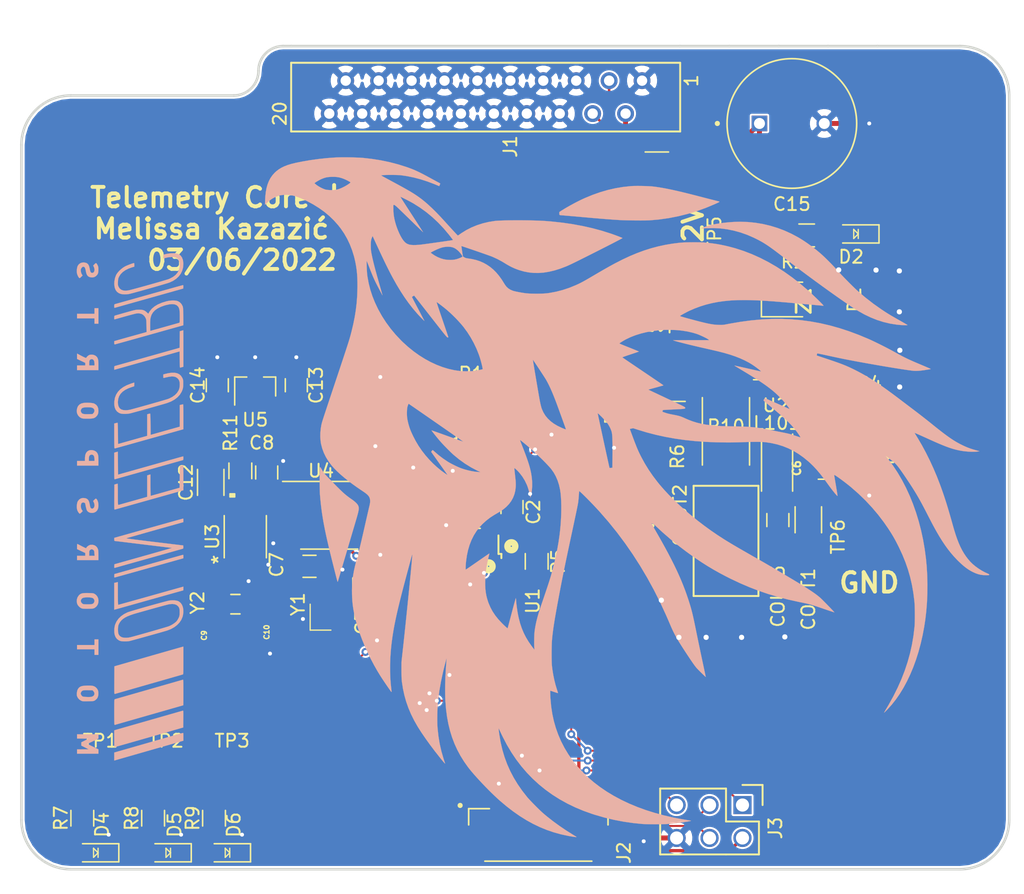
<source format=kicad_pcb>
(kicad_pcb (version 20171130) (host pcbnew 5.1.10-88a1d61d58~90~ubuntu20.04.1)
  (title_block (title "Telemetry Core V0") (comment 1 "Melissa Kazazic"))
  (layers (0 F.Cu signal) (31 B.Cu signal) (34 B.Paste user) (35 F.Paste user) (36 B.SilkS user hide) (37 F.SilkS user) (38 B.Mask user) (39 F.Mask user) (44 Edge.Cuts user))
  (net 0 "")
  (net 1 GND)
  (net 2 /12V)
  (net 3 +5V)
  (net 4 "Net-(C2-Pad1)")
  (net 5 "Net-(C3-Pad1)")
  (net 6 "Net-(C5-Pad1)")
  (net 7 "Net-(C6-Pad2)")
  (net 8 "Net-(C6-Pad1)")
  (net 9 "Net-(C7-Pad1)")
  (net 10 +3V3)
  (net 11 "Net-(C9-Pad1)")
  (net 12 "Net-(C10-Pad1)")
  (net 13 "Net-(C12-Pad2)")
  (net 14 "Net-(COUT1-Pad1)")
  (net 15 "Net-(D2-Pad2)")
  (net 16 "Net-(D3-Pad2)")
  (net 17 "Net-(D4-Pad2)")
  (net 18 "Net-(D5-Pad2)")
  (net 19 "Net-(D6-Pad2)")
  (net 20 /12V_IN)
  (net 21 /CAN_P)
  (net 22 /CAN_N)
  (net 23 "Net-(J2-PadS1)")
  (net 24 "Net-(J2-PadS2)")
  (net 25 /RTS_RADIO)
  (net 26 /CTS_RADIO)
  (net 27 /MOSI)
  (net 28 /RXD_RADIO)
  (net 29 /MISO)
  (net 30 /RESET)
  (net 31 "Net-(R3-Pad1)")
  (net 32 /P_LED_1)
  (net 33 /P_LED_2)
  (net 34 /P_LED_3)
  (net 35 "Net-(R11-Pad2)")
  (net 36 "Net-(U1-Pad3)")
  (net 37 /CAN_TX)
  (net 38 /CAN_RX)
  (net 39 /SO_ATMEGA)
  (net 40 /SI_ATMEGA)
  (net 41 /CSB)
  (net 42 "Net-(U1-Pad14)")
  (net 43 "Net-(U1-Pad15)")
  (net 44 "Net-(U1-Pad17)")
  (net 45 "Net-(U1-Pad18)")
  (net 46 "Net-(U1-Pad21)")
  (net 47 "Net-(U1-Pad22)")
  (net 48 "Net-(U1-Pad25)")
  (net 49 "Net-(U1-Pad28)")
  (net 50 "Net-(U1-Pad29)")
  (net 51 "Net-(U1-Pad30)")
  (net 52 "Net-(U1-Pad32)")
  (net 53 /SI_RTC)
  (net 54 /SO_RTC)
  (net 55 /SCK_RTC)
  (net 56 /CSB_RTC)
  (net 57 "Net-(U4-Pad6)")
  (net 58 "Net-(U4-Pad9)")
  (net 59 /SCK_ATMEGA)
  (net 60 "Net-(U6-Pad5)")
  (module footprints:SOT-23-6_OEM (layer F.Cu) (at 178.5772 117.4066 180)
    (fp_text reference U2 (at 3.8092 1.5526 180) (layer F.SilkS))
    (fp_text value TPS560430YF hide)
    (pad 5 smd rect (at 1.1 0 180) (size 1.06 0.65) (layers F.Cu F.Paste F.Mask) (net 5 "Net-(C3-Pad1)"))
    (pad 6 smd rect (at 1.1 -0.95 180) (size 1.06 0.65) (layers F.Cu F.Paste F.Mask) (net 7 "Net-(C6-Pad2)"))
    (pad 4 smd rect (at 1.1 0.95 180) (size 1.06 0.65) (layers F.Cu F.Paste F.Mask) (net 5 "Net-(C3-Pad1)"))
    (pad 3 smd rect (at -1.1 0.95 180) (size 1.06 0.65) (layers F.Cu F.Paste F.Mask) (net 31 "Net-(R3-Pad1)"))
    (pad 2 smd rect (at -1.1 0 180) (size 1.06 0.65) (layers F.Cu F.Paste F.Mask) (net 1 GND))
    (pad 1 smd rect (at -1.1 -0.95 180) (size 1.06 0.65) (layers F.Cu F.Paste F.Mask) (net 8 "Net-(C6-Pad1)"))
  )
  (module footprints:R_0805_OEM (layer F.Cu) (at 177.165 102.743)
    (fp_text reference R2 (at -1.016 2.032) (layer F.SilkS))
    (fp_text value R_1K hide)
    (pad 2 smd rect (at 0.95 0) (size 0.7 1.3) (layers F.Cu F.Paste F.Mask) (net 15 "Net-(D2-Pad2)"))
    (pad 1 smd rect (at -0.95 0) (size 0.7 1.3) (layers F.Cu F.Paste F.Mask) (net 5 "Net-(C3-Pad1)"))
  )
  (module footprints:Fuse_1812 (layer F.Cu) (at 170.942 123.5583 270)
    (fp_text reference COUT2 (at 0.7747 3.556 90) (layer F.SilkS))
    (fp_text value C_33uF hide)
    (pad 1 smd rect (at 0 0 270) (size 1.78 3.5) (layers F.Cu F.Paste F.Mask) (net 14 "Net-(COUT1-Pad1)"))
    (pad 2 smd rect (at 5.28 0 270) (size 1.78 3.5) (layers F.Cu F.Paste F.Mask) (net 1 GND))
  )
  (module footprints:C_0805_OEM (layer F.Cu) (at 178.562 120.7008 180)
    (fp_text reference C6 (at 2.159 0.0032 90) (layer F.SilkS) (effects (font (size 0.6 0.6))))
    (fp_text value C_0.1uF hide)
    (pad 2 smd rect (at 1 0 180) (size 1 1.25) (layers F.Cu F.Paste F.Mask) (net 7 "Net-(C6-Pad2)"))
    (pad 1 smd rect (at -1 0 180) (size 1 1.25) (layers F.Cu F.Paste F.Mask) (net 8 "Net-(C6-Pad1)"))
  )
  (module footprints:Fuse_1210 (layer F.Cu) (at 174.064 112.395 180)
    (fp_text reference F1 (at -0.307 2.159 180) (layer F.SilkS))
    (fp_text value F_500mA_16V hide)
    (pad 2 smd rect (at 1.45 0 180) (size 0.9 2.5) (layers F.Cu F.Paste F.Mask) (net 2 /12V))
    (pad 1 smd rect (at -1.45 0 180) (size 0.9 2.5) (layers F.Cu F.Paste F.Mask) (net 5 "Net-(C3-Pad1)"))
  )
  (module footprints:R_0805_OEM (layer F.Cu) (at 181.56428 120.07342 90)
    (fp_text reference R4 (at 0.56642 1.82372 270) (layer F.SilkS))
    (fp_text value R_100K hide)
    (pad 2 smd rect (at 0.95 0 90) (size 0.7 1.3) (layers F.Cu F.Paste F.Mask) (net 31 "Net-(R3-Pad1)"))
    (pad 1 smd rect (at -0.95 0 90) (size 0.7 1.3) (layers F.Cu F.Paste F.Mask) (net 14 "Net-(COUT1-Pad1)"))
  )
  (module footprints:R_0805_OEM (layer F.Cu) (at 181.57952 116.18722 90)
    (fp_text reference R3 (at -0.27178 1.80848 270) (layer F.SilkS))
    (fp_text value R_25K hide)
    (pad 2 smd rect (at 0.95 0 90) (size 0.7 1.3) (layers F.Cu F.Paste F.Mask) (net 1 GND))
    (pad 1 smd rect (at -0.95 0 90) (size 0.7 1.3) (layers F.Cu F.Paste F.Mask) (net 31 "Net-(R3-Pad1)"))
  )
  (module footprints:R_0805_OEM (layer F.Cu) (at 167.193 116.429 180)
    (fp_text reference R6 (at 0 -3.375 90) (layer F.SilkS))
    (fp_text value R_200 hide)
    (pad 2 smd rect (at 0.95 0 180) (size 0.7 1.3) (layers F.Cu F.Paste F.Mask) (net 16 "Net-(D3-Pad2)"))
    (pad 1 smd rect (at -0.95 0 180) (size 0.7 1.3) (layers F.Cu F.Paste F.Mask) (net 14 "Net-(COUT1-Pad1)"))
  )
  (module footprints:R_2512_OEM (layer F.Cu) (at 170.93692 117.8572 270)
    (fp_text reference R10 (at -0.3822 -0.00508) (layer F.SilkS))
    (fp_text value R_0_2512 hide)
    (pad 2 smd rect (at 3.1 0 270) (size 1 3.2) (layers F.Cu F.Paste F.Mask) (net 14 "Net-(COUT1-Pad1)"))
    (pad 1 smd rect (at -3.1 0 270) (size 1 3.2) (layers F.Cu F.Paste F.Mask) (net 3 +5V))
  )
  (module footprints:C_1206_OEM (layer F.Cu) (at 177.292 124.6773 270)
    (fp_text reference COUT1 (at 6.1267 -0.001 90) (layer F.SilkS))
    (fp_text value C_22uF hide)
    (pad 2 smd rect (at 1.5 0 270) (size 1 1.6) (layers F.Cu F.Paste F.Mask) (net 1 GND))
    (pad 1 smd rect (at -1.5 0 270) (size 1 1.6) (layers F.Cu F.Paste F.Mask) (net 14 "Net-(COUT1-Pad1)"))
  )
  (module footprints:C_0805_OEM (layer F.Cu) (at 174.9425 124.7013 270)
    (fp_text reference COUT3 (at 5.8777 -0.0005 90) (layer F.SilkS))
    (fp_text value C_47uF hide)
    (pad 2 smd rect (at 1 0 270) (size 1 1.25) (layers F.Cu F.Paste F.Mask) (net 1 GND))
    (pad 1 smd rect (at -1 0 270) (size 1 1.25) (layers F.Cu F.Paste F.Mask) (net 14 "Net-(COUT1-Pad1)"))
  )
  (module footprints:DO-214AA (layer F.Cu) (at 176.8475 107.6833)
    (fp_text reference D1 (at 4.0005 0.0127 270) (layer F.SilkS))
    (fp_text value D_Zener_18V hide)
    (pad 1 smd rect (at -2.032 0 180) (size 1.778 2.159) (layers F.Cu F.Paste F.Mask) (net 5 "Net-(C3-Pad1)"))
    (pad 2 smd rect (at 2.032 0 180) (size 1.778 2.159) (layers F.Cu F.Paste F.Mask) (net 1 GND))
  )
  (module footprints:LED_0805_OEM (layer F.Cu) (at 163.393 116.429)
    (fp_text reference D3 (at 0.05 3.1 270) (layer F.SilkS))
    (fp_text value LED_0805 hide)
    (pad 1 smd rect (at -1.1 0 180) (size 1.2 1.2) (layers F.Cu F.Paste F.Mask) (net 1 GND))
    (pad 2 smd rect (at 1.1 0 180) (size 1.2 1.2) (layers F.Cu F.Paste F.Mask) (net 16 "Net-(D3-Pad2)"))
  )
  (module footprints:Logo_Large (layer B.Cu) (at 124.968 123.698 90)
    (fp_text reference G*** hide)
    (fp_text value LOGO hide)
  )
  (module footprints:LED_0805_OEM (layer F.Cu) (at 180.943 102.629 180)
    (fp_text reference D2 (at 0.349 -1.765) (layer F.SilkS))
    (fp_text value LED_0805 hide)
    (pad 1 smd rect (at -1.1 0) (size 1.2 1.2) (layers F.Cu F.Paste F.Mask) (net 1 GND))
    (pad 2 smd rect (at 1.1 0) (size 1.2 1.2) (layers F.Cu F.Paste F.Mask) (net 15 "Net-(D2-Pad2)"))
  )
  (module footprints:phoenix (layer B.Cu) (at 163.322 122.936 180)
    (fp_text reference G*** hide)
    (fp_text value LOGO hide)
  )
  (module footprints:C_0805_OEM (layer F.Cu) (at 178.673 112.48136)
    (fp_text reference C3 (at 0.397 -1.61036) (layer F.SilkS))
    (fp_text value C_0.1uF hide)
    (pad 2 smd rect (at 1 0) (size 1 1.25) (layers F.Cu F.Paste F.Mask) (net 1 GND))
    (pad 1 smd rect (at -1 0) (size 1 1.25) (layers F.Cu F.Paste F.Mask) (net 5 "Net-(C3-Pad1)"))
  )
  (module footprints:C_0603_1608Metric (layer F.Cu) (at 178.4825 114.2873)
    (fp_text reference C4 (at 3.5085 -0.1143) (layer F.SilkS))
    (fp_text value C_2.2uF)
    (pad 2 smd roundrect (at 0.7875 0) (size 0.875 0.95) (layers F.Cu F.Paste F.Mask) (net 1 GND))
    (pad 1 smd roundrect (at -0.7875 0) (size 0.875 0.95) (layers F.Cu F.Paste F.Mask) (net 5 "Net-(C3-Pad1)"))
  )
  (module footprints:C_0805_OEM (layer F.Cu) (at 150.114 122.301 180)
    (fp_text reference C1 (at 2.413 -0.127 270) (layer F.SilkS))
    (fp_text value C_0.1uF hide)
    (pad 1 smd rect (at -1 0 180) (size 1 1.25) (layers F.Cu F.Paste F.Mask) (net 3 +5V))
    (pad 2 smd rect (at 1 0 180) (size 1 1.25) (layers F.Cu F.Paste F.Mask) (net 1 GND))
  )
  (module footprints:C_0805_OEM (layer F.Cu) (at 154.432 123.698 90)
    (fp_text reference C2 (at -0.381 1.651 90) (layer F.SilkS))
    (fp_text value C_100pF hide)
    (pad 2 smd rect (at 1 0 90) (size 1 1.25) (layers F.Cu F.Paste F.Mask) (net 1 GND))
    (pad 1 smd rect (at -1 0 90) (size 1 1.25) (layers F.Cu F.Paste F.Mask) (net 4 "Net-(C2-Pad1)"))
  )
  (module footprints:C_0805_OEM (layer F.Cu) (at 143.002 129.667 90)
    (fp_text reference C5 (at -2.921 -0.127 90) (layer F.SilkS))
    (fp_text value C_30pF hide)
    (pad 1 smd rect (at -1 0 90) (size 1 1.25) (layers F.Cu F.Paste F.Mask) (net 6 "Net-(C5-Pad1)"))
    (pad 2 smd rect (at 1 0 90) (size 1 1.25) (layers F.Cu F.Paste F.Mask) (net 1 GND))
  )
  (module footprints:C_0805_OEM (layer F.Cu) (at 138.811 128.27)
    (fp_text reference C7 (at -2.54 -0.127 270) (layer F.SilkS))
    (fp_text value C_30pF hide)
    (pad 2 smd rect (at 1 0) (size 1 1.25) (layers F.Cu F.Paste F.Mask) (net 1 GND))
    (pad 1 smd rect (at -1 0) (size 1 1.25) (layers F.Cu F.Paste F.Mask) (net 9 "Net-(C7-Pad1)"))
  )
  (module footprints:C_0805_OEM (layer F.Cu) (at 135.509 121.031 270)
    (fp_text reference C8 (at -2.286 0.381 180) (layer F.SilkS))
    (fp_text value C_0.1uF hide)
    (pad 2 smd rect (at 1 0 270) (size 1 1.25) (layers F.Cu F.Paste F.Mask) (net 10 +3V3))
    (pad 1 smd rect (at -1 0 270) (size 1 1.25) (layers F.Cu F.Paste F.Mask) (net 1 GND))
  )
  (module footprints:C_10pf (layer F.Cu) (at 132.08 134.239 270)
    (fp_text reference C9 (at -0.635 1.397 90) (layer F.SilkS) (effects (font (size 0.393701 0.393701))))
    (fp_text value C_10pf)
    (pad 2 smd rect (at 0.89 0 270) (size 1.14 1.47) (layers F.Cu F.Paste F.Mask) (net 1 GND))
    (pad 1 smd rect (at -0.89 0 270) (size 1.14 1.47) (layers F.Cu F.Paste F.Mask) (net 11 "Net-(C9-Pad1)"))
  )
  (module footprints:C_10pf (layer F.Cu) (at 134.112 134.239 270)
    (fp_text reference C10 (at -0.889 -1.397 90) (layer F.SilkS) (effects (font (size 0.393701 0.393701))))
    (fp_text value C_10pf)
    (pad 1 smd rect (at -0.89 0 270) (size 1.14 1.47) (layers F.Cu F.Paste F.Mask) (net 12 "Net-(C10-Pad1)"))
    (pad 2 smd rect (at 0.89 0 270) (size 1.14 1.47) (layers F.Cu F.Paste F.Mask) (net 1 GND))
  )
  (module footprints:C_0805_OEM (layer F.Cu) (at 142.494 120.523)
    (fp_text reference C11 (at -0.381 -1.651 180) (layer F.SilkS))
    (fp_text value C_0.1uF hide)
    (pad 2 smd rect (at 1 0) (size 1 1.25) (layers F.Cu F.Paste F.Mask) (net 1 GND))
    (pad 1 smd rect (at -1 0) (size 1 1.25) (layers F.Cu F.Paste F.Mask) (net 3 +5V))
  )
  (module footprints:C_1206_OEM (layer F.Cu) (at 131.191 121.793 270)
    (fp_text reference C12 (at 0 1.905 90) (layer F.SilkS))
    (fp_text value C_10nF hide)
    (pad 1 smd rect (at -1.5 0 270) (size 1 1.6) (layers F.Cu F.Paste F.Mask) (net 10 +3V3))
    (pad 2 smd rect (at 1.5 0 270) (size 1 1.6) (layers F.Cu F.Paste F.Mask) (net 13 "Net-(C12-Pad2)"))
  )
  (module footprints:C_0805_OEM (layer F.Cu) (at 137.795 114.3 90)
    (fp_text reference C13 (at 0 1.524 90) (layer F.SilkS))
    (fp_text value C_0.1uF hide)
    (pad 2 smd rect (at 1 0 90) (size 1 1.25) (layers F.Cu F.Paste F.Mask) (net 1 GND))
    (pad 1 smd rect (at -1 0 90) (size 1 1.25) (layers F.Cu F.Paste F.Mask) (net 3 +5V))
  )
  (module footprints:C_0805_OEM (layer F.Cu) (at 131.699 114.3 90)
    (fp_text reference C14 (at 0 -1.5 90) (layer F.SilkS))
    (fp_text value C_0.1uF hide)
    (pad 1 smd rect (at -1 0 90) (size 1 1.25) (layers F.Cu F.Paste F.Mask) (net 10 +3V3))
    (pad 2 smd rect (at 1 0 90) (size 1 1.25) (layers F.Cu F.Paste F.Mask) (net 1 GND))
  )
  (module footprints:C_radial_10mm_5mm (layer F.Cu) (at 176.022 94.107)
    (fp_text reference C15 (at 0 6.223) (layer F.SilkS))
    (fp_text value C_radial_10mm_5mm)
    (pad N thru_hole circle (at 2.5 0) (size 1.2 1.2) (drill 0.85) (layers *.Cu *.Mask) (net 1 GND))
    (pad P thru_hole rect (at -2.5 0) (size 1.2 1.2) (drill 0.85) (layers *.Cu *.Mask) (net 2 /12V))
  )
  (module footprints:C_0805_OEM (layer F.Cu) (at 151.384 119.38 270)
    (fp_text reference C16 (at -0.381 -1.524 90) (layer F.SilkS))
    (fp_text value C_0.1uF hide)
    (pad 1 smd rect (at -1 0 270) (size 1 1.25) (layers F.Cu F.Paste F.Mask) (net 3 +5V))
    (pad 2 smd rect (at 1 0 270) (size 1 1.25) (layers F.Cu F.Paste F.Mask) (net 1 GND))
  )
  (module footprints:LED_0805_OEM (layer F.Cu) (at 122.301 150.368 180)
    (fp_text reference D4 (at -0.508 2.159 90) (layer F.SilkS))
    (fp_text value LED_0805 hide)
    (pad 2 smd rect (at 1.1 0) (size 1.2 1.2) (layers F.Cu F.Paste F.Mask) (net 17 "Net-(D4-Pad2)"))
    (pad 1 smd rect (at -1.1 0) (size 1.2 1.2) (layers F.Cu F.Paste F.Mask) (net 1 GND))
  )
  (module footprints:LED_0805_OEM (layer F.Cu) (at 127.889 150.368 180)
    (fp_text reference D5 (at -0.508 2.159 90) (layer F.SilkS))
    (fp_text value LED_0805 hide)
    (pad 2 smd rect (at 1.1 0) (size 1.2 1.2) (layers F.Cu F.Paste F.Mask) (net 18 "Net-(D5-Pad2)"))
    (pad 1 smd rect (at -1.1 0) (size 1.2 1.2) (layers F.Cu F.Paste F.Mask) (net 1 GND))
  )
  (module footprints:LED_0805_OEM (layer F.Cu) (at 132.461 150.368 180)
    (fp_text reference D6 (at -0.508 2.159 90) (layer F.SilkS))
    (fp_text value LED_0805 hide)
    (pad 1 smd rect (at -1.1 0) (size 1.2 1.2) (layers F.Cu F.Paste F.Mask) (net 1 GND))
    (pad 2 smd rect (at 1.1 0) (size 1.2 1.2) (layers F.Cu F.Paste F.Mask) (net 19 "Net-(D6-Pad2)"))
  )
  (module footprints:SOT-23-3_OEM (layer F.Cu) (at 166.624 97.917 180)
    (fp_text reference D7 (at 0.762 -2.667) (layer F.SilkS))
    (fp_text value BAT400D-7-F hide)
    (pad 3 smd rect (at 2 -1.05 180) (size 0.9 0.8) (layers F.Cu F.Paste F.Mask))
    (pad 2 smd rect (at 2 1.05 180) (size 0.9 0.8) (layers F.Cu F.Paste F.Mask) (net 20 /12V_IN))
    (pad 1 smd rect (at 0 0 180) (size 0.9 0.8) (layers F.Cu F.Paste F.Mask) (net 2 /12V))
  )
  (module footprints:micromatch_female_ra_20 (layer F.Cu) (at 159.385 90.805 270)
    (fp_text reference J1 (at 5.08 5.08 90) (layer F.SilkS))
    (fp_text value MM_F_RA_20 hide)
    (fp_text user 20 (at 2.54 22.86 90) (layer F.SilkS))
    (fp_text user 1 (at 0 -8.89 90) (layer F.SilkS))
    (pad 5 thru_hole circle (at 0 0 270) (size 1.3 1.3) (drill 0.8) (layers *.Cu *.Mask) (net 1 GND))
    (pad 3 thru_hole circle (at 0 -2.54 270) (size 1.3 1.3) (drill 0.8) (layers *.Cu *.Mask) (net 21 /CAN_P))
    (pad 1 thru_hole circle (at 0 -5.08 270) (size 1.3 1.3) (drill 0.8) (layers *.Cu *.Mask) (net 1 GND))
    (pad 7 thru_hole circle (at 0 2.54 270) (size 1.3 1.3) (drill 0.8) (layers *.Cu *.Mask) (net 1 GND))
    (pad 2 thru_hole circle (at 2.54 -3.81 270) (size 1.3 1.3) (drill 0.8) (layers *.Cu *.Mask) (net 20 /12V_IN))
    (pad 4 thru_hole circle (at 2.54 -1.27 270) (size 1.3 1.3) (drill 0.8) (layers *.Cu *.Mask) (net 22 /CAN_N))
    (pad 6 thru_hole circle (at 2.54 1.27 270) (size 1.3 1.3) (drill 0.8) (layers *.Cu *.Mask) (net 1 GND))
    (pad 8 thru_hole circle (at 2.54 3.81 270) (size 1.3 1.3) (drill 0.8) (layers *.Cu *.Mask) (net 1 GND))
    (pad 9 thru_hole circle (at 0 5.08 270) (size 1.3 1.3) (drill 0.8) (layers *.Cu *.Mask) (net 1 GND))
    (pad 10 thru_hole circle (at 2.54 6.35 270) (size 1.3 1.3) (drill 0.8) (layers *.Cu *.Mask) (net 1 GND))
    (pad 11 thru_hole circle (at 0 7.62 270) (size 1.3 1.3) (drill 0.8) (layers *.Cu *.Mask) (net 1 GND))
    (pad 12 thru_hole circle (at 2.54 8.89 270) (size 1.3 1.3) (drill 0.8) (layers *.Cu *.Mask) (net 1 GND))
    (pad 13 thru_hole circle (at 0 10.16 270) (size 1.3 1.3) (drill 0.8) (layers *.Cu *.Mask) (net 1 GND))
    (pad 14 thru_hole circle (at 2.54 11.43 270) (size 1.3 1.3) (drill 0.8) (layers *.Cu *.Mask) (net 1 GND))
    (pad 15 thru_hole circle (at 0 12.7 270) (size 1.3 1.3) (drill 0.8) (layers *.Cu *.Mask) (net 1 GND))
    (pad 16 thru_hole circle (at 2.54 13.97 270) (size 1.3 1.3) (drill 0.8) (layers *.Cu *.Mask) (net 1 GND))
    (pad 17 thru_hole circle (at 0 15.24 270) (size 1.3 1.3) (drill 0.8) (layers *.Cu *.Mask) (net 1 GND))
    (pad 18 thru_hole circle (at 2.54 16.51 270) (size 1.3 1.3) (drill 0.8) (layers *.Cu *.Mask) (net 1 GND))
    (pad 19 thru_hole circle (at 0 17.78 270) (size 1.3 1.3) (drill 0.8) (layers *.Cu *.Mask) (net 1 GND))
    (pad 20 thru_hole circle (at 2.54 19.05 270) (size 1.3 1.3) (drill 0.8) (layers *.Cu *.Mask) (net 1 GND))
  )
  (module footprints:JST_SM06B-GHS-TB_LF__SN_ (layer F.Cu) (at 156.464 148.59)
    (fp_text reference J2 (at 6.604 1.778 270) (layer F.SilkS))
    (fp_text value JST_SM06B-GHS-TB_LF__SN_)
    (pad 1 smd rect (at -3.125 -1.875) (size 0.6 1.7) (layers F.Cu F.Paste F.Mask) (net 1 GND))
    (pad 2 smd rect (at -1.875 -1.875) (size 0.6 1.7) (layers F.Cu F.Paste F.Mask) (net 28 /RXD_RADIO))
    (pad 3 smd rect (at -0.625 -1.875) (size 0.6 1.7) (layers F.Cu F.Paste F.Mask) (net 27 /MOSI))
    (pad 4 smd rect (at 0.625 -1.875) (size 0.6 1.7) (layers F.Cu F.Paste F.Mask) (net 26 /CTS_RADIO))
    (pad 5 smd rect (at 1.875 -1.875) (size 0.6 1.7) (layers F.Cu F.Paste F.Mask) (net 25 /RTS_RADIO))
    (pad 6 smd rect (at 3.125 -1.875) (size 0.6 1.7) (layers F.Cu F.Paste F.Mask) (net 3 +5V))
    (pad S2 smd rect (at 4.975 1.325) (size 1 2.7) (layers F.Cu F.Paste F.Mask) (net 24 "Net-(J2-PadS2)"))
    (pad S1 smd rect (at -4.975 1.325) (size 1 2.7) (layers F.Cu F.Paste F.Mask) (net 23 "Net-(J2-PadS1)"))
  )
  (module footprints:Pin_Header_Straight_2x03 (layer F.Cu) (at 172.212 146.685 270)
    (fp_text reference J3 (at 1.778 -2.54 90) (layer F.SilkS))
    (fp_text value CONN_02X03 hide)
    (pad 1 thru_hole rect (at 0 0 270) (size 1.4 1.4) (drill 1.016) (layers *.Cu *.Mask) (net 29 /MISO))
    (pad 2 thru_hole circle (at 2.54 0 270) (size 1.4 1.4) (drill 1.016) (layers *.Cu *.Mask) (net 3 +5V))
    (pad 3 thru_hole circle (at 0 2.54 270) (size 1.4 1.4) (drill 1.016) (layers *.Cu *.Mask) (net 28 /RXD_RADIO))
    (pad 4 thru_hole circle (at 2.54 2.54 270) (size 1.4 1.4) (drill 1.016) (layers *.Cu *.Mask) (net 27 /MOSI))
    (pad 5 thru_hole circle (at 0 5.08 270) (size 1.4 1.4) (drill 1.016) (layers *.Cu *.Mask) (net 30 /RESET))
    (pad 6 thru_hole circle (at 2.54 5.08 270) (size 1.4 1.4) (drill 1.016) (layers *.Cu *.Mask) (net 1 GND))
  )
  (module footprints:R_0805_OEM (layer F.Cu) (at 151.384 124.46)
    (fp_text reference R1 (at -3.048 -0.381 270) (layer F.SilkS))
    (fp_text value R_100 hide)
    (pad 1 smd rect (at -0.95 0) (size 0.7 1.3) (layers F.Cu F.Paste F.Mask) (net 3 +5V))
    (pad 2 smd rect (at 0.95 0) (size 0.7 1.3) (layers F.Cu F.Paste F.Mask) (net 4 "Net-(C2-Pad1)"))
  )
  (module footprints:R_0805_OEM (layer F.Cu) (at 156.337 127.889 270)
    (fp_text reference R5 (at 0 -1.65 90) (layer F.SilkS))
    (fp_text value R_10K hide)
    (pad 1 smd rect (at -0.95 0 270) (size 0.7 1.3) (layers F.Cu F.Paste F.Mask) (net 3 +5V))
    (pad 2 smd rect (at 0.95 0 270) (size 0.7 1.3) (layers F.Cu F.Paste F.Mask) (net 30 /RESET))
  )
  (module footprints:R_0805_OEM (layer F.Cu) (at 121.285 147.701 90)
    (fp_text reference R7 (at 0 -1.65 90) (layer F.SilkS))
    (fp_text value R_200 hide)
    (pad 2 smd rect (at 0.95 0 90) (size 0.7 1.3) (layers F.Cu F.Paste F.Mask) (net 32 /P_LED_1))
    (pad 1 smd rect (at -0.95 0 90) (size 0.7 1.3) (layers F.Cu F.Paste F.Mask) (net 17 "Net-(D4-Pad2)"))
  )
  (module footprints:R_0805_OEM (layer F.Cu) (at 126.746 147.701 90)
    (fp_text reference R8 (at 0 -1.65 90) (layer F.SilkS))
    (fp_text value R_200 hide)
    (pad 2 smd rect (at 0.95 0 90) (size 0.7 1.3) (layers F.Cu F.Paste F.Mask) (net 33 /P_LED_2))
    (pad 1 smd rect (at -0.95 0 90) (size 0.7 1.3) (layers F.Cu F.Paste F.Mask) (net 18 "Net-(D5-Pad2)"))
  )
  (module footprints:R_0805_OEM (layer F.Cu) (at 131.445 147.701 90)
    (fp_text reference R9 (at 0 -1.65 90) (layer F.SilkS))
    (fp_text value R_200 hide)
    (pad 1 smd rect (at -0.95 0 90) (size 0.7 1.3) (layers F.Cu F.Paste F.Mask) (net 19 "Net-(D6-Pad2)"))
    (pad 2 smd rect (at 0.95 0 90) (size 0.7 1.3) (layers F.Cu F.Paste F.Mask) (net 34 /P_LED_3))
  )
  (module footprints:R_0805_OEM (layer F.Cu) (at 133.477 120.904 270)
    (fp_text reference R11 (at -2.921 0.762 270) (layer F.SilkS))
    (fp_text value R_475 hide)
    (pad 1 smd rect (at -0.95 0 270) (size 0.7 1.3) (layers F.Cu F.Paste F.Mask) (net 10 +3V3))
    (pad 2 smd rect (at 0.95 0 270) (size 0.7 1.3) (layers F.Cu F.Paste F.Mask) (net 35 "Net-(R11-Pad2)"))
  )
  (module footprints:R_0805_OEM (layer F.Cu) (at 151.384 115.824 90)
    (fp_text reference R12 (at 2.413 0.381) (layer F.SilkS))
    (fp_text value R_120_DNP hide)
    (pad 2 smd rect (at 0.95 0 90) (size 0.7 1.3) (layers F.Cu F.Paste F.Mask) (net 22 /CAN_N))
    (pad 1 smd rect (at -0.95 0 90) (size 0.7 1.3) (layers F.Cu F.Paste F.Mask) (net 21 /CAN_P))
  )
  (module footprints:Test_Point_SMD (layer F.Cu) (at 122.682 144.272 180)
    (fp_text reference TP1 (at 0 2.54) (layer F.SilkS))
    (fp_text value Test_Point_SMD hide)
    (pad 1 smd rect (at 0 0 180) (size 4.5 3) (layers F.Cu F.Paste F.Mask) (net 32 /P_LED_1))
  )
  (module footprints:Test_Point_SMD (layer F.Cu) (at 127.762 144.272 180)
    (fp_text reference TP2 (at 0 2.54) (layer F.SilkS))
    (fp_text value Test_Point_SMD hide)
    (pad 1 smd rect (at 0 0 180) (size 4.5 3) (layers F.Cu F.Paste F.Mask) (net 33 /P_LED_2))
  )
  (module footprints:Test_Point_SMD (layer F.Cu) (at 132.842 144.272 180)
    (fp_text reference TP3 (at 0 2.54) (layer F.SilkS))
    (fp_text value Test_Point_SMD)
    (pad 1 smd rect (at 0 0 180) (size 4.5 3) (layers F.Cu F.Paste F.Mask) (net 34 /P_LED_3))
  )
  (module footprints:Test_Point_SMD (layer F.Cu) (at 169.672 108.966 270)
    (fp_text reference TP4 (at 0 2.54 90) (layer F.SilkS))
    (fp_text value Test_Point_SMD)
    (pad 1 smd rect (at 0 0 270) (size 4.5 3) (layers F.Cu F.Paste F.Mask) (net 3 +5V))
  )
  (module footprints:Test_Point_SMD (layer F.Cu) (at 172.593 102.616 270)
    (fp_text reference TP5 (at 0 2.54 90) (layer F.SilkS))
    (fp_text value Test_Point_SMD)
    (pad 1 smd rect (at 0 0 270) (size 4.5 3) (layers F.Cu F.Paste F.Mask) (net 2 /12V))
  )
  (module footprints:Test_Point_SMD (layer F.Cu) (at 182.118 125.984 270)
    (fp_text reference TP6 (at 0 2.54 90) (layer F.SilkS))
    (fp_text value Test_Point_SMD)
    (pad 1 smd rect (at 0 0 270) (size 4.5 3) (layers F.Cu F.Paste F.Mask) (net 1 GND))
  )
  (module footprints:TQFP-32_7x7mm_Pitch0.8mm (layer F.Cu) (at 149.987 130.937 270)
    (fp_text reference U1 (at 0 -6.05 90) (layer F.SilkS))
    (fp_text value ATMEGA16M1 hide)
    (pad 1 smd rect (at -4.25 -2.8 270) (size 1.6 0.55) (layers F.Cu F.Paste F.Mask) (net 29 /MISO))
    (pad 2 smd rect (at -4.25 -2 270) (size 1.6 0.55) (layers F.Cu F.Paste F.Mask) (net 27 /MOSI))
    (pad 3 smd rect (at -4.25 -1.2 270) (size 1.6 0.55) (layers F.Cu F.Paste F.Mask) (net 36 "Net-(U1-Pad3)"))
    (pad 4 smd rect (at -4.25 -0.4 270) (size 1.6 0.55) (layers F.Cu F.Paste F.Mask) (net 3 +5V))
    (pad 5 smd rect (at -4.25 0.4 270) (size 1.6 0.55) (layers F.Cu F.Paste F.Mask) (net 1 GND))
    (pad 6 smd rect (at -4.25 1.2 270) (size 1.6 0.55) (layers F.Cu F.Paste F.Mask) (net 37 /CAN_TX))
    (pad 7 smd rect (at -4.25 2 270) (size 1.6 0.55) (layers F.Cu F.Paste F.Mask) (net 38 /CAN_RX))
    (pad 8 smd rect (at -4.25 2.8 270) (size 1.6 0.55) (layers F.Cu F.Paste F.Mask) (net 39 /SO_ATMEGA))
    (pad 9 smd rect (at -2.8 4.25) (size 1.6 0.55) (layers F.Cu F.Paste F.Mask) (net 40 /SI_ATMEGA))
    (pad 10 smd rect (at -2 4.25) (size 1.6 0.55) (layers F.Cu F.Paste F.Mask) (net 9 "Net-(C7-Pad1)"))
    (pad 11 smd rect (at -1.2 4.25) (size 1.6 0.55) (layers F.Cu F.Paste F.Mask) (net 6 "Net-(C5-Pad1)"))
    (pad 12 smd rect (at -0.4 4.25) (size 1.6 0.55) (layers F.Cu F.Paste F.Mask) (net 28 /RXD_RADIO))
    (pad 13 smd rect (at 0.4 4.25) (size 1.6 0.55) (layers F.Cu F.Paste F.Mask) (net 41 /CSB))
    (pad 14 smd rect (at 1.2 4.25) (size 1.6 0.55) (layers F.Cu F.Paste F.Mask) (net 42 "Net-(U1-Pad14)"))
    (pad 15 smd rect (at 2 4.25) (size 1.6 0.55) (layers F.Cu F.Paste F.Mask) (net 43 "Net-(U1-Pad15)"))
    (pad 16 smd rect (at 2.8 4.25) (size 1.6 0.55) (layers F.Cu F.Paste F.Mask) (net 32 /P_LED_1))
    (pad 17 smd rect (at 4.25 2.8 270) (size 1.6 0.55) (layers F.Cu F.Paste F.Mask) (net 44 "Net-(U1-Pad17)"))
    (pad 18 smd rect (at 4.25 2 270) (size 1.6 0.55) (layers F.Cu F.Paste F.Mask) (net 45 "Net-(U1-Pad18)"))
    (pad 19 smd rect (at 4.25 1.2 270) (size 1.6 0.55) (layers F.Cu F.Paste F.Mask) (net 4 "Net-(C2-Pad1)"))
    (pad 20 smd rect (at 4.25 0.4 270) (size 1.6 0.55) (layers F.Cu F.Paste F.Mask) (net 1 GND))
    (pad 21 smd rect (at 4.25 -0.4 270) (size 1.6 0.55) (layers F.Cu F.Paste F.Mask) (net 46 "Net-(U1-Pad21)"))
    (pad 22 smd rect (at 4.25 -1.2 270) (size 1.6 0.55) (layers F.Cu F.Paste F.Mask) (net 47 "Net-(U1-Pad22)"))
    (pad 23 smd rect (at 4.25 -2 270) (size 1.6 0.55) (layers F.Cu F.Paste F.Mask) (net 33 /P_LED_2))
    (pad 24 smd rect (at 4.25 -2.8 270) (size 1.6 0.55) (layers F.Cu F.Paste F.Mask) (net 34 /P_LED_3))
    (pad 25 smd rect (at 2.8 -4.25) (size 1.6 0.55) (layers F.Cu F.Paste F.Mask) (net 48 "Net-(U1-Pad25)"))
    (pad 26 smd rect (at 2 -4.25) (size 1.6 0.55) (layers F.Cu F.Paste F.Mask) (net 26 /CTS_RADIO))
    (pad 27 smd rect (at 1.2 -4.25) (size 1.6 0.55) (layers F.Cu F.Paste F.Mask) (net 25 /RTS_RADIO))
    (pad 28 smd rect (at 0.4 -4.25) (size 1.6 0.55) (layers F.Cu F.Paste F.Mask) (net 49 "Net-(U1-Pad28)"))
    (pad 29 smd rect (at -0.4 -4.25) (size 1.6 0.55) (layers F.Cu F.Paste F.Mask) (net 50 "Net-(U1-Pad29)"))
    (pad 30 smd rect (at -1.2 -4.25) (size 1.6 0.55) (layers F.Cu F.Paste F.Mask) (net 51 "Net-(U1-Pad30)"))
    (pad 31 smd rect (at -2 -4.25) (size 1.6 0.55) (layers F.Cu F.Paste F.Mask) (net 30 /RESET))
    (pad 32 smd rect (at -2.8 -4.25) (size 1.6 0.55) (layers F.Cu F.Paste F.Mask) (net 52 "Net-(U1-Pad32)"))
  )
  (module Package_SO:TSSOP-14_4.4x5mm_P0.65mm (layer F.Cu) (at 140.335 124.333)
    (fp_text reference U4 (at -0.635 -3.429) (layer F.SilkS))
    (fp_text value TXB0104PW)
    (pad 1 smd roundrect (at -2.8625 -1.95) (size 1.475 0.4) (layers F.Cu F.Paste F.Mask) (net 10 +3V3))
    (pad 2 smd roundrect (at -2.8625 -1.3) (size 1.475 0.4) (layers F.Cu F.Paste F.Mask) (net 53 /SI_RTC))
    (pad 3 smd roundrect (at -2.8625 -0.65) (size 1.475 0.4) (layers F.Cu F.Paste F.Mask) (net 54 /SO_RTC))
    (pad 4 smd roundrect (at -2.8625 0) (size 1.475 0.4) (layers F.Cu F.Paste F.Mask) (net 55 /SCK_RTC))
    (pad 5 smd roundrect (at -2.8625 0.65) (size 1.475 0.4) (layers F.Cu F.Paste F.Mask) (net 56 /CSB_RTC))
    (pad 6 smd roundrect (at -2.8625 1.3) (size 1.475 0.4) (layers F.Cu F.Paste F.Mask) (net 57 "Net-(U4-Pad6)"))
    (pad 7 smd roundrect (at -2.8625 1.95) (size 1.475 0.4) (layers F.Cu F.Paste F.Mask) (net 1 GND))
    (pad 8 smd roundrect (at 2.8625 1.95) (size 1.475 0.4) (layers F.Cu F.Paste F.Mask) (net 10 +3V3))
    (pad 9 smd roundrect (at 2.8625 1.3) (size 1.475 0.4) (layers F.Cu F.Paste F.Mask) (net 58 "Net-(U4-Pad9)"))
    (pad 10 smd roundrect (at 2.8625 0.65) (size 1.475 0.4) (layers F.Cu F.Paste F.Mask) (net 41 /CSB))
    (pad 11 smd roundrect (at 2.8625 0) (size 1.475 0.4) (layers F.Cu F.Paste F.Mask) (net 59 /SCK_ATMEGA))
    (pad 12 smd roundrect (at 2.8625 -0.65) (size 1.475 0.4) (layers F.Cu F.Paste F.Mask) (net 39 /SO_ATMEGA))
    (pad 13 smd roundrect (at 2.8625 -1.3) (size 1.475 0.4) (layers F.Cu F.Paste F.Mask) (net 40 /SI_ATMEGA))
    (pad 14 smd roundrect (at 2.8625 -1.95) (size 1.475 0.4) (layers F.Cu F.Paste F.Mask) (net 3 +5V))
  )
  (module Package_TO_SOT_SMD:SOT-23 (layer F.Cu) (at 134.62 114.427 90)
    (fp_text reference U5 (at -2.54 0) (layer F.SilkS))
    (fp_text value LM3480-3.3)
    (pad 1 smd rect (at -1 -0.95 90) (size 0.9 0.8) (layers F.Cu F.Paste F.Mask) (net 10 +3V3))
    (pad 2 smd rect (at -1 0.95 90) (size 0.9 0.8) (layers F.Cu F.Paste F.Mask) (net 3 +5V))
    (pad 3 smd rect (at 1 0 90) (size 0.9 0.8) (layers F.Cu F.Paste F.Mask) (net 1 GND))
  )
  (module footprints:SOIC-8_3.9x4.9mm_Pitch1.27mm_OEM (layer F.Cu) (at 147.574 116.332 90)
    (fp_text reference U6 (at 0 -3.5 90) (layer F.SilkS))
    (fp_text value MCP2561-E_SN hide)
    (pad 1 smd rect (at -2.7 -1.905 90) (size 1.55 0.6) (layers F.Cu F.Paste F.Mask) (net 37 /CAN_TX))
    (pad 2 smd rect (at -2.7 -0.635 90) (size 1.55 0.6) (layers F.Cu F.Paste F.Mask) (net 1 GND))
    (pad 3 smd rect (at -2.7 0.635 90) (size 1.55 0.6) (layers F.Cu F.Paste F.Mask) (net 3 +5V))
    (pad 4 smd rect (at -2.7 1.905 90) (size 1.55 0.6) (layers F.Cu F.Paste F.Mask) (net 38 /CAN_RX))
    (pad 5 smd rect (at 2.7 1.905 90) (size 1.55 0.6) (layers F.Cu F.Paste F.Mask) (net 60 "Net-(U6-Pad5)"))
    (pad 6 smd rect (at 2.7 0.635 90) (size 1.55 0.6) (layers F.Cu F.Paste F.Mask) (net 22 /CAN_N))
    (pad 7 smd rect (at 2.7 -0.635 90) (size 1.55 0.6) (layers F.Cu F.Paste F.Mask) (net 21 /CAN_P))
    (pad 8 smd rect (at 2.7 -1.905 90) (size 1.55 0.6) (layers F.Cu F.Paste F.Mask) (net 1 GND))
  )
  (module footprints:Crystal_SMD_FA238 (layer F.Cu) (at 140.462 131.191 90)
    (fp_text reference Y1 (at 0 -2.54 90) (layer F.SilkS))
    (fp_text value Crystal_SMD hide)
    (pad 1 smd rect (at -1.1 0.8 90) (size 1.4 1.2) (layers F.Cu F.Mask) (net 6 "Net-(C5-Pad1)"))
    (pad 2 smd rect (at 1.1 0.8 90) (size 1.4 1.2) (layers F.Cu F.Mask) (net 1 GND))
    (pad 3 smd rect (at 1.1 -0.8 90) (size 1.4 1.2) (layers F.Cu F.Mask) (net 9 "Net-(C7-Pad1)"))
    (pad 4 smd rect (at -1.1 -0.8 90) (size 1.4 1.2) (layers F.Cu F.Mask) (net 1 GND))
  )
  (module footprints:Crystal_32_768kHZ (layer F.Cu) (at 133.096 131.191)
    (fp_text reference Y2 (at -2.921 -0.127 270) (layer F.SilkS))
    (fp_text value Crystal_32_768kHz)
    (pad 2 smd rect (at 1.25 0) (size 1.1 1.9) (layers F.Cu F.Paste F.Mask) (net 12 "Net-(C10-Pad1)"))
    (pad 1 smd rect (at -1.25 0) (size 1.1 1.9) (layers F.Cu F.Paste F.Mask) (net 11 "Net-(C9-Pad1)"))
  )
  (module footprints:MCP79511_I_MS (layer F.Cu) (at 133.858 125.984 90)
    (fp_text reference U3 (at 0 -2.54 90) (layer F.SilkS))
    (fp_text value MCP79511-I_MS hide)
    (fp_text user * (at -1.778 -2.032 90) (layer F.SilkS))
    (pad 10 smd rect (at 2.0447 -1.000001 90) (size 1.524 0.3302) (layers F.Cu F.Paste F.Mask) (net 13 "Net-(C12-Pad2)"))
    (pad 9 smd rect (at 2.0447 -0.499999 90) (size 1.524 0.3302) (layers F.Cu F.Paste F.Mask) (net 35 "Net-(R11-Pad2)"))
    (pad 8 smd rect (at 2.0447 0 90) (size 1.524 0.3302) (layers F.Cu F.Paste F.Mask) (net 55 /SCK_RTC))
    (pad 7 smd rect (at 2.0447 0.499999 90) (size 1.524 0.3302) (layers F.Cu F.Paste F.Mask) (net 54 /SO_RTC))
    (pad 6 smd rect (at 2.0447 1.000001 90) (size 1.524 0.3302) (layers F.Cu F.Paste F.Mask) (net 53 /SI_RTC))
    (pad 5 smd rect (at -2.0447 1.000001 90) (size 1.524 0.3302) (layers F.Cu F.Paste F.Mask) (net 1 GND))
    (pad 4 smd rect (at -2.0447 0.499999 90) (size 1.524 0.3302) (layers F.Cu F.Paste F.Mask) (net 56 /CSB_RTC))
    (pad 3 smd rect (at -2.0447 0 90) (size 1.524 0.3302) (layers F.Cu F.Paste F.Mask) (net 1 GND))
    (pad 2 smd rect (at -2.0447 -0.499999 90) (size 1.524 0.3302) (layers F.Cu F.Paste F.Mask) (net 12 "Net-(C10-Pad1)"))
    (pad 1 smd rect (at -2.0447 -1.000001 90) (size 1.524 0.3302) (layers F.Cu F.Paste F.Mask) (net 11 "Net-(C9-Pad1)"))
  )
  (module footprints:L_100uH_OEM (layer F.Cu) (at 174.879 120.269 270)
    (fp_text reference L101 (at -3.048 0) (layer F.SilkS))
    (fp_text value L_100uH hide)
    (pad 1 smd rect (at -1.6 0 270) (size 1.2 2) (layers F.Cu F.Paste F.Mask) (net 7 "Net-(C6-Pad2)"))
    (pad 2 smd rect (at 1.6 0 270) (size 1.2 2) (layers F.Cu F.Paste F.Mask) (net 14 "Net-(COUT1-Pad1)"))
  )
  (gr_text "Telemetry Core | V0\nMelissa Kazazić '24\n03/06/2022" (at 133.604 102.235) (layer F.SilkS) (effects (font (size 1.5 1.5) (thickness 0.3))))
  (gr_arc (start 120.396 95.757999) (end 120.396 91.947999) (angle -90) (layer Edge.Cuts) (width 0.2))
  (gr_line (start 182.625999 88.137999) (end 188.976 88.137999) (layer Edge.Cuts) (width 0.2))
  (gr_line (start 175.005999 88.137999) (end 178.816 88.137999) (layer Edge.Cuts) (width 0.2))
  (gr_line (start 120.396 151.637999) (end 188.976 151.637999) (layer Edge.Cuts) (width 0.2))
  (gr_line (start 178.816 88.137999) (end 182.625999 88.137999) (layer Edge.Cuts) (width 0.2))
  (gr_line (start 116.586 147.827999) (end 116.586 95.757999) (layer Edge.Cuts) (width 0.2))
  (gr_line (start 137.413999 88.137999) (end 167.385999 88.137999) (layer Edge.Cuts) (width 0.2))
  (gr_arc (start 132.968999 90.042999) (end 132.968999 91.947999) (angle -90) (layer Edge.Cuts) (width 0.2))
  (gr_line (start 120.396 91.947999) (end 132.968999 91.947999) (layer Edge.Cuts) (width 0.2))
  (gr_arc (start 136.778999 90.042999) (end 136.778999 88.137999) (angle -90) (layer Edge.Cuts) (width 0.2))
  (gr_line (start 167.385999 88.137999) (end 171.195999 88.137999) (layer Edge.Cuts) (width 0.2))
  (gr_line (start 192.786 147.827999) (end 192.786 91.948) (layer Edge.Cuts) (width 0.2))
  (gr_line (start 171.195999 88.137999) (end 175.005999 88.137999) (layer Edge.Cuts) (width 0.2))
  (gr_line (start 136.778999 88.137999) (end 137.413999 88.137999) (layer Edge.Cuts) (width 0.2))
  (gr_arc (start 120.396 147.827999) (end 116.586 147.827999) (angle -90) (layer Edge.Cuts) (width 0.2))
  (gr_arc (start 188.976 147.827999) (end 188.976 151.637999) (angle -90) (layer Edge.Cuts) (width 0.2))
  (gr_arc (start 188.976 91.948) (end 192.786 91.948) (angle -90) (layer Edge.Cuts) (width 0.2))
  (gr_text GND (at 181.991 129.54) (layer F.SilkS) (effects (font (size 1.5 1.5) (thickness 0.3))))
  (gr_text 5V (at 165.354 108.966 90) (layer F.SilkS) (effects (font (size 1.5 1.5) (thickness 0.3))))
  (gr_text GND (at 164.592 124.714 90) (layer F.SilkS) (effects (font (size 1.5 1.5) (thickness 0.3))))
  (gr_text 12V (at 168.402 102.616 90) (layer F.SilkS) (effects (font (size 1.5 1.5) (thickness 0.3))))
  (via (at 172.14342 133.74878) (size 0.8) (drill 0.4) (layers F.Cu B.Cu) (net 1))
  (segment (start 167.30726 133.74878) (end 167.20566 133.85038) (width 0.25) (layer F.Cu) (net 1))
  (segment (start 175.47844 133.71322) (end 172.17898 133.71322) (width 0.25) (layer B.Cu) (net 1))
  (segment (start 172.17898 133.71322) (end 172.14342 133.74878) (width 0.25) (layer B.Cu) (net 1))
  (via (at 175.47844 133.71322) (size 0.8) (drill 0.4) (layers F.Cu B.Cu) (net 1))
  (via (at 167.30726 133.74878) (size 0.8) (drill 0.4) (layers F.Cu B.Cu) (net 1))
  (segment (start 167.872945 133.74878) (end 167.875485 133.75132) (width 0.25) (layer B.Cu) (net 1))
  (segment (start 167.30726 133.74878) (end 167.872945 133.74878) (width 0.25) (layer B.Cu) (net 1))
  (via (at 169.40784 133.74878) (size 0.8) (drill 0.4) (layers F.Cu B.Cu) (net 1))
  (segment (start 169.4053 133.75132) (end 169.40784 133.74878) (width 0.25) (layer B.Cu) (net 1))
  (segment (start 167.875485 133.75132) (end 169.4053 133.75132) (width 0.25) (layer B.Cu) (net 1))
  (via (at 184.33796 114.43462) (size 0.8) (drill 0.4) (layers F.Cu B.Cu) (net 1))
  (via (at 184.35066 111.60506) (size 0.8) (drill 0.4) (layers F.Cu B.Cu) (net 1))
  (segment (start 184.33796 114.43462) (end 184.33796 111.61776) (width 0.381) (layer B.Cu) (net 1))
  (segment (start 184.33796 111.61776) (end 184.35066 111.60506) (width 0.381) (layer B.Cu) (net 1))
  (via (at 184.31256 108.6358) (size 0.8) (drill 0.4) (layers F.Cu B.Cu) (net 1))
  (segment (start 184.35066 108.6739) (end 184.31256 108.6358) (width 0.381) (layer F.Cu) (net 1))
  (segment (start 184.31256 108.6358) (end 184.31256 108.070115) (width 0.381) (layer B.Cu) (net 1))
  (via (at 184.31256 105.48112) (size 0.8) (drill 0.4) (layers F.Cu B.Cu) (net 1))
  (segment (start 184.31256 108.070115) (end 184.31256 105.48112) (width 0.381) (layer B.Cu) (net 1))
  (via (at 182.51424 105.41762) (size 0.8) (drill 0.4) (layers F.Cu B.Cu) (net 1))
  (segment (start 182.57774 105.48112) (end 182.51424 105.41762) (width 0.381) (layer F.Cu) (net 1))
  (via (at 179.63388 105.40492) (size 0.8) (drill 0.4) (layers F.Cu B.Cu) (net 1))
  (segment (start 182.51424 105.41762) (end 179.64658 105.41762) (width 0.381) (layer B.Cu) (net 1))
  (segment (start 179.64658 105.41762) (end 179.63388 105.40492) (width 0.381) (layer B.Cu) (net 1))
  (segment (start 179.63388 106.92892) (end 178.8795 107.6833) (width 0.381) (layer F.Cu) (net 1))
  (via (at 165.95344 130.88366) (size 0.8) (drill 0.4) (layers F.Cu B.Cu) (net 1))
  (segment (start 178.8795 107.4928) (end 178.8795 107.6833) (width 0.1524) (layer F.Cu) (net 1))
  (segment (start 162.293 116.429) (end 162.293 119.09836) (width 0.254) (layer F.Cu) (net 1))
  (segment (start 170.942 132.54736) (end 172.14342 133.74878) (width 0.254) (layer F.Cu) (net 1))
  (segment (start 170.942 128.8383) (end 170.942 132.54736) (width 0.254) (layer F.Cu) (net 1))
  (segment (start 179.17932 113.98412) (end 179.4825 114.2873) (width 0.254) (layer F.Cu) (net 1))
  (segment (start 179.17932 112.48136) (end 179.17932 113.98412) (width 0.254) (layer F.Cu) (net 1))
  (segment (start 179.4825 114.4123) (end 179.4825 114.2873) (width 0.254) (layer F.Cu) (net 1))
  (segment (start 180.30742 115.23722) (end 179.4825 114.4123) (width 0.254) (layer F.Cu) (net 1))
  (segment (start 181.57952 115.23722) (end 180.30742 115.23722) (width 0.254) (layer F.Cu) (net 1))
  (segment (start 183.53536 115.23722) (end 184.33796 114.43462) (width 0.254) (layer F.Cu) (net 1))
  (segment (start 181.57952 115.23722) (end 183.53536 115.23722) (width 0.254) (layer F.Cu) (net 1))
  (segment (start 182.043 104.94638) (end 182.51424 105.41762) (width 0.254) (layer F.Cu) (net 1))
  (segment (start 182.043 102.629) (end 182.043 104.94638) (width 0.254) (layer F.Cu) (net 1))
  (segment (start 175.4185 126.1773) (end 174.9425 125.7013) (width 0.254) (layer F.Cu) (net 1))
  (segment (start 177.292 126.1773) (end 175.4185 126.1773) (width 0.254) (layer F.Cu) (net 1))
  (segment (start 171.6805 128.8383) (end 170.942 128.8383) (width 0.254) (layer F.Cu) (net 1))
  (segment (start 174.8175 125.7013) (end 171.6805 128.8383) (width 0.254) (layer F.Cu) (net 1))
  (segment (start 174.9425 125.7013) (end 174.8175 125.7013) (width 0.254) (layer F.Cu) (net 1))
  (segment (start 178.8932 117.4066) (end 179.6772 117.4066) (width 0.254) (layer F.Cu) (net 1))
  (segment (start 178.867799 117.381199) (end 178.8932 117.4066) (width 0.254) (layer F.Cu) (net 1))
  (segment (start 178.867799 115.781001) (end 178.867799 117.381199) (width 0.254) (layer F.Cu) (net 1))
  (segment (start 179.4825 115.1663) (end 178.867799 115.781001) (width 0.254) (layer F.Cu) (net 1))
  (segment (start 179.4825 114.2873) (end 179.4825 115.1663) (width 0.254) (layer F.Cu) (net 1))
  (segment (start 178.8795 106.1593) (end 179.63388 105.40492) (width 0.254) (layer F.Cu) (net 1))
  (segment (start 178.8795 107.6833) (end 178.8795 106.1593) (width 0.254) (layer F.Cu) (net 1))
  (via (at 135.636 128.143) (size 0.6096) (drill 0.3048) (layers F.Cu B.Cu) (net 1))
  (segment (start 135.5217 128.0287) (end 135.636 128.143) (width 0.254) (layer F.Cu) (net 1))
  (segment (start 134.858001 128.0287) (end 135.5217 128.0287) (width 0.254) (layer F.Cu) (net 1))
  (via (at 136.779 120.142) (size 0.6096) (drill 0.3048) (layers F.Cu B.Cu) (net 1))
  (segment (start 133.561 150.368) (end 133.561 150.325) (width 0.381) (layer F.Cu) (net 1))
  (via (at 133.604 148.971) (size 0.6096) (drill 0.3048) (layers F.Cu B.Cu) (net 1))
  (segment (start 133.561 149.014) (end 133.604 148.971) (width 0.381) (layer F.Cu) (net 1))
  (segment (start 133.561 150.368) (end 133.561 149.014) (width 0.381) (layer F.Cu) (net 1))
  (via (at 128.905 148.971) (size 0.6096) (drill 0.3048) (layers F.Cu B.Cu) (net 1))
  (segment (start 128.989 149.055) (end 128.905 148.971) (width 0.381) (layer F.Cu) (net 1))
  (segment (start 128.989 150.368) (end 128.989 149.055) (width 0.381) (layer F.Cu) (net 1))
  (segment (start 123.401 149.055) (end 123.317 148.971) (width 0.381) (layer F.Cu) (net 1))
  (via (at 123.317 148.971) (size 0.6096) (drill 0.3048) (layers F.Cu B.Cu) (net 1))
  (segment (start 123.401 150.368) (end 123.401 149.055) (width 0.381) (layer F.Cu) (net 1))
  (via (at 149.606 136.652) (size 0.6096) (drill 0.3048) (layers F.Cu B.Cu) (net 1))
  (segment (start 149.587 136.633) (end 149.606 136.652) (width 0.381) (layer F.Cu) (net 1))
  (segment (start 149.587 135.187) (end 149.587 136.633) (width 0.381) (layer F.Cu) (net 1))
  (via (at 146.812 120.65) (size 0.6096) (drill 0.3048) (layers F.Cu B.Cu) (net 1))
  (segment (start 146.939 120.523) (end 146.812 120.65) (width 0.381) (layer F.Cu) (net 1))
  (segment (start 146.939 119.032) (end 146.939 120.523) (width 0.381) (layer F.Cu) (net 1))
  (via (at 134.112 129.413) (size 0.6096) (drill 0.3048) (layers F.Cu B.Cu) (net 1))
  (segment (start 133.858 129.159) (end 134.112 129.413) (width 0.254) (layer F.Cu) (net 1))
  (segment (start 133.858 128.0287) (end 133.858 129.159) (width 0.254) (layer F.Cu) (net 1))
  (via (at 149.352 125.095) (size 0.6096) (drill 0.3048) (layers F.Cu B.Cu) (net 1))
  (segment (start 149.587 125.33) (end 149.352 125.095) (width 0.381) (layer F.Cu) (net 1))
  (segment (start 149.587 126.687) (end 149.587 125.33) (width 0.381) (layer F.Cu) (net 1))
  (segment (start 136.668 120.031) (end 136.779 120.142) (width 0.254) (layer F.Cu) (net 1))
  (segment (start 135.509 120.031) (end 136.668 120.031) (width 0.254) (layer F.Cu) (net 1))
  (segment (start 149.114 124.857) (end 149.352 125.095) (width 0.254) (layer F.Cu) (net 1))
  (segment (start 149.114 122.301) (end 149.114 124.857) (width 0.254) (layer F.Cu) (net 1))
  (segment (start 153.339 145.111) (end 153.416 145.034) (width 0.381) (layer F.Cu) (net 1))
  (via (at 153.416 145.034) (size 0.6096) (drill 0.3048) (layers F.Cu B.Cu) (net 1))
  (segment (start 153.339 146.715) (end 153.339 145.111) (width 0.381) (layer F.Cu) (net 1))
  (via (at 181.991 94.107) (size 0.6096) (drill 0.3048) (layers F.Cu B.Cu) (net 1))
  (segment (start 178.522 94.107) (end 181.991 94.107) (width 0.381) (layer F.Cu) (net 1))
  (via (at 134.62 112.141) (size 0.6096) (drill 0.3048) (layers F.Cu B.Cu) (net 1))
  (segment (start 134.62 113.427) (end 134.62 112.141) (width 0.381) (layer F.Cu) (net 1))
  (segment (start 131.699 113.3) (end 131.81 113.3) (width 0.381) (layer F.Cu) (net 1))
  (segment (start 137.795 113.3) (end 137.795 113.284) (width 0.381) (layer F.Cu) (net 1))
  (segment (start 139.662 132.291) (end 139.743 132.291) (width 0.381) (layer F.Cu) (net 1))
  (via (at 138.303 132.334) (size 0.6096) (drill 0.3048) (layers F.Cu B.Cu) (net 1))
  (segment (start 139.7 132.334) (end 138.303 132.334) (width 0.381) (layer F.Cu) (net 1))
  (segment (start 139.743 132.291) (end 139.7 132.334) (width 0.381) (layer F.Cu) (net 1))
  (segment (start 139.662 131.973778) (end 139.662 132.291) (width 0.381) (layer F.Cu) (net 1))
  (segment (start 141.262 130.373778) (end 139.662 131.973778) (width 0.381) (layer F.Cu) (net 1))
  (segment (start 141.262 130.091) (end 141.262 130.373778) (width 0.381) (layer F.Cu) (net 1))
  (via (at 141.351 128.524) (size 0.6096) (drill 0.3048) (layers F.Cu B.Cu) (net 1))
  (segment (start 141.494 128.667) (end 141.351 128.524) (width 0.381) (layer F.Cu) (net 1))
  (segment (start 143.002 128.667) (end 141.494 128.667) (width 0.381) (layer F.Cu) (net 1))
  (segment (start 141.097 128.27) (end 141.351 128.524) (width 0.381) (layer F.Cu) (net 1))
  (segment (start 139.811 128.27) (end 141.097 128.27) (width 0.381) (layer F.Cu) (net 1))
  (via (at 155.829 122.682) (size 0.6096) (drill 0.3048) (layers F.Cu B.Cu) (net 1))
  (segment (start 155.813 122.698) (end 155.829 122.682) (width 0.381) (layer F.Cu) (net 1))
  (segment (start 154.432 122.698) (end 155.813 122.698) (width 0.381) (layer F.Cu) (net 1))
  (via (at 144.272 113.665) (size 0.6096) (drill 0.3048) (layers F.Cu B.Cu) (net 1))
  (segment (start 144.305 113.632) (end 144.272 113.665) (width 0.381) (layer F.Cu) (net 1))
  (segment (start 145.669 113.632) (end 144.305 113.632) (width 0.381) (layer F.Cu) (net 1))
  (via (at 149.86 120.904) (size 0.6096) (drill 0.3048) (layers F.Cu B.Cu) (net 1))
  (segment (start 149.114 121.65) (end 149.86 120.904) (width 0.381) (layer F.Cu) (net 1))
  (segment (start 149.114 122.301) (end 149.114 121.65) (width 0.381) (layer F.Cu) (net 1))
  (segment (start 150.86 120.904) (end 151.384 120.38) (width 0.381) (layer F.Cu) (net 1))
  (segment (start 149.86 120.904) (end 150.86 120.904) (width 0.381) (layer F.Cu) (net 1))
  (segment (start 167.132 149.225) (end 164.846 149.225) (width 0.381) (layer F.Cu) (net 1))
  (segment (start 164.846 149.225) (end 164.592 149.479) (width 0.381) (layer F.Cu) (net 1))
  (segment (start 164.592 149.479) (end 164.592 149.479) (width 0.381) (layer F.Cu) (net 1))
  (via (at 164.592 149.479) (size 0.6096) (drill 0.3048) (layers F.Cu B.Cu) (net 1))
  (segment (start 182.118 122.936) (end 181.991 122.809) (width 0.381) (layer F.Cu) (net 1))
  (segment (start 182.118 125.984) (end 182.118 122.936) (width 0.381) (layer F.Cu) (net 1))
  (segment (start 181.991 122.809) (end 181.991 122.809) (width 0.381) (layer F.Cu) (net 1))
  (via (at 181.991 122.809) (size 0.6096) (drill 0.3048) (layers F.Cu B.Cu) (net 1))
  (segment (start 132.08 135.129) (end 134.112 135.129) (width 0.381) (layer F.Cu) (net 1))
  (via (at 135.763 135.001) (size 0.6096) (drill 0.3048) (layers F.Cu B.Cu) (net 1))
  (segment (start 135.635 135.129) (end 135.763 135.001) (width 0.381) (layer F.Cu) (net 1))
  (segment (start 134.112 135.129) (end 135.635 135.129) (width 0.381) (layer F.Cu) (net 1))
  (via (at 162.306 119.126) (size 0.6096) (drill 0.3048) (layers F.Cu B.Cu) (net 1))
  (via (at 136.017 126.492) (size 0.6096) (drill 0.3048) (layers F.Cu B.Cu) (net 1))
  (segment (start 136.226 126.283) (end 136.017 126.492) (width 0.254) (layer F.Cu) (net 1))
  (segment (start 137.4725 126.283) (end 136.226 126.283) (width 0.254) (layer F.Cu) (net 1))
  (via (at 137.795 112.141) (size 0.6096) (drill 0.3048) (layers F.Cu B.Cu) (net 1))
  (segment (start 137.795 113.3) (end 137.795 112.141) (width 0.381) (layer F.Cu) (net 1))
  (via (at 131.699 112.141) (size 0.6096) (drill 0.3048) (layers F.Cu B.Cu) (net 1))
  (segment (start 131.699 113.3) (end 131.699 112.141) (width 0.381) (layer F.Cu) (net 1))
  (via (at 143.891 118.999) (size 0.6096) (drill 0.3048) (layers F.Cu B.Cu) (net 1))
  (segment (start 143.494 119.396) (end 143.891 118.999) (width 0.254) (layer F.Cu) (net 1))
  (segment (start 143.494 120.523) (end 143.494 119.396) (width 0.254) (layer F.Cu) (net 1))
  (segment (start 172.614 102.637) (end 172.593 102.616) (width 0.381) (layer F.Cu) (net 2))
  (segment (start 172.593 112.374) (end 172.614 112.395) (width 0.381) (layer F.Cu) (net 2))
  (segment (start 172.593 102.616) (end 172.593 112.374) (width 0.381) (layer F.Cu) (net 2))
  (segment (start 169.712 97.917) (end 173.522 94.107) (width 0.381) (layer F.Cu) (net 2))
  (segment (start 166.624 97.917) (end 169.712 97.917) (width 0.381) (layer F.Cu) (net 2))
  (segment (start 173.522 101.687) (end 172.593 102.616) (width 0.381) (layer F.Cu) (net 2))
  (segment (start 173.522 94.107) (end 173.522 101.687) (width 0.381) (layer F.Cu) (net 2))
  (segment (start 150.434 126.64) (end 150.387 126.687) (width 0.1524) (layer F.Cu) (net 3))
  (segment (start 137.668 115.427) (end 137.795 115.3) (width 0.381) (layer F.Cu) (net 3))
  (segment (start 135.57 115.427) (end 135.57 116.139) (width 0.381) (layer F.Cu) (net 3))
  (segment (start 135.57 116.139) (end 135.89 116.459) (width 0.381) (layer F.Cu) (net 3))
  (segment (start 137.795 116.078) (end 137.795 115.3) (width 0.381) (layer F.Cu) (net 3))
  (segment (start 137.414 116.459) (end 137.795 116.078) (width 0.381) (layer F.Cu) (net 3))
  (segment (start 150.434 122.981) (end 151.114 122.301) (width 0.381) (layer F.Cu) (net 3))
  (segment (start 150.434 124.46) (end 150.434 122.981) (width 0.381) (layer F.Cu) (net 3))
  (segment (start 150.387 124.507) (end 150.434 124.46) (width 0.381) (layer F.Cu) (net 3))
  (segment (start 150.387 126.687) (end 150.387 124.507) (width 0.381) (layer F.Cu) (net 3))
  (segment (start 143.1975 122.2265) (end 141.494 120.523) (width 0.381) (layer F.Cu) (net 3))
  (segment (start 143.1975 122.383) (end 143.1975 122.2265) (width 0.381) (layer F.Cu) (net 3))
  (segment (start 151.384 118.745) (end 151.384 118.38) (width 0.381) (layer F.Cu) (net 3))
  (segment (start 170.93692 110.23092) (end 169.672 108.966) (width 0.381) (layer F.Cu) (net 3))
  (segment (start 170.93692 114.7572) (end 170.93692 110.23092) (width 0.381) (layer F.Cu) (net 3))
  (segment (start 148.209 120.061) (end 148.209 119.032) (width 0.254) (layer F.Cu) (net 3))
  (segment (start 148.234401 120.086401) (end 148.209 120.061) (width 0.254) (layer F.Cu) (net 3))
  (segment (start 151.384 118.704922) (end 150.002521 120.086401) (width 0.254) (layer F.Cu) (net 3))
  (segment (start 150.002521 120.086401) (end 148.234401 120.086401) (width 0.254) (layer F.Cu) (net 3))
  (segment (start 151.384 118.38) (end 151.384 118.704922) (width 0.254) (layer F.Cu) (net 3))
  (segment (start 160.798 108.966) (end 153.932 115.832) (width 0.254) (layer F.Cu) (net 3))
  (segment (start 153.932 115.832) (end 151.384 118.38) (width 0.254) (layer F.Cu) (net 3))
  (segment (start 157.353 119.253) (end 157.353 123.288734) (width 0.254) (layer F.Cu) (net 3))
  (segment (start 156.337 126.939) (end 156.398 126.939) (width 0.254) (layer F.Cu) (net 3))
  (segment (start 156.398 126.939) (end 158.700633 124.636367) (width 0.254) (layer F.Cu) (net 3))
  (segment (start 157.353 123.288734) (end 158.700633 124.636367) (width 0.254) (layer F.Cu) (net 3))
  (segment (start 158.700633 124.636367) (end 158.700633 124.664633) (width 0.254) (layer F.Cu) (net 3))
  (segment (start 158.700633 124.664633) (end 159.589 125.553) (width 0.254) (layer F.Cu) (net 3))
  (segment (start 159.589 144.957) (end 162.356 144.957) (width 0.254) (layer F.Cu) (net 3))
  (segment (start 159.589 125.553) (end 159.589 144.957) (width 0.254) (layer F.Cu) (net 3))
  (segment (start 159.589 144.957) (end 159.589 146.715) (width 0.254) (layer F.Cu) (net 3))
  (segment (start 171.232599 150.204401) (end 172.212 149.225) (width 0.254) (layer F.Cu) (net 3))
  (segment (start 162.356 148.107618) (end 164.452783 150.204401) (width 0.254) (layer F.Cu) (net 3))
  (segment (start 164.452783 150.204401) (end 171.232599 150.204401) (width 0.254) (layer F.Cu) (net 3))
  (segment (start 162.356 144.957) (end 162.356 148.107618) (width 0.254) (layer F.Cu) (net 3))
  (segment (start 169.672 108.966) (end 162.687 108.966) (width 0.254) (layer F.Cu) (net 3))
  (segment (start 162.687 108.966) (end 160.798 108.966) (width 0.254) (layer F.Cu) (net 3))
  (segment (start 135.89 116.459) (end 136.525 116.459) (width 0.381) (layer F.Cu) (net 3))
  (segment (start 136.525 116.459) (end 137.414 116.459) (width 0.381) (layer F.Cu) (net 3))
  (segment (start 141.494 120.523) (end 141.478 120.523) (width 0.254) (layer F.Cu) (net 3))
  (segment (start 138.684 117.729) (end 137.414 116.459) (width 0.254) (layer F.Cu) (net 3))
  (segment (start 151.384 122.301) (end 155.8925 117.7925) (width 0.254) (layer F.Cu) (net 3))
  (segment (start 151.114 122.301) (end 151.384 122.301) (width 0.254) (layer F.Cu) (net 3))
  (segment (start 155.8925 117.7925) (end 157.353 119.253) (width 0.254) (layer F.Cu) (net 3))
  (segment (start 153.932 115.832) (end 155.8925 117.7925) (width 0.254) (layer F.Cu) (net 3))
  (segment (start 140.13721 117.67279) (end 139.3825 118.4275) (width 0.254) (layer F.Cu) (net 3))
  (segment (start 150.67679 117.67279) (end 140.13721 117.67279) (width 0.254) (layer F.Cu) (net 3))
  (segment (start 151.384 118.38) (end 150.67679 117.67279) (width 0.254) (layer F.Cu) (net 3))
  (segment (start 139.3825 118.4275) (end 138.684 117.729) (width 0.254) (layer F.Cu) (net 3))
  (segment (start 141.478 120.523) (end 139.3825 118.4275) (width 0.254) (layer F.Cu) (net 3))
  (segment (start 154.194 124.46) (end 154.432 124.698) (width 0.1524) (layer F.Cu) (net 4))
  (segment (start 148.787 132.090601) (end 148.787 135.187) (width 0.1524) (layer F.Cu) (net 4))
  (segment (start 153.290601 124.588601) (end 153.290601 127.587) (width 0.1524) (layer F.Cu) (net 4))
  (segment (start 153.162 124.46) (end 153.290601 124.588601) (width 0.1524) (layer F.Cu) (net 4))
  (segment (start 152.334 124.46) (end 153.162 124.46) (width 0.1524) (layer F.Cu) (net 4))
  (segment (start 153.162 124.46) (end 154.194 124.46) (width 0.1524) (layer F.Cu) (net 4))
  (segment (start 153.290601 127.587) (end 153.290601 127.633399) (width 0.1524) (layer F.Cu) (net 4))
  (segment (start 153.290601 127.633399) (end 152.273 128.651) (width 0.1524) (layer F.Cu) (net 4))
  (segment (start 152.273 128.778) (end 152.273 128.778) (width 0.1524) (layer F.Cu) (net 4))
  (segment (start 152.273 128.778) (end 152.273 128.651) (width 0.1524) (layer F.Cu) (net 4))
  (via (at 152.273 128.778) (size 0.6096) (drill 0.3048) (layers F.Cu B.Cu) (net 4))
  (via (at 151.206199 129.667) (size 0.6096) (drill 0.3048) (layers F.Cu B.Cu) (net 4))
  (segment (start 148.787 132.086199) (end 151.206199 129.667) (width 0.1524) (layer F.Cu) (net 4))
  (segment (start 148.787 132.090601) (end 148.787 132.086199) (width 0.1524) (layer F.Cu) (net 4))
  (segment (start 151.384 129.667) (end 152.273 128.778) (width 0.1524) (layer B.Cu) (net 4))
  (segment (start 151.206199 129.667) (end 151.384 129.667) (width 0.1524) (layer B.Cu) (net 4))
  (segment (start 174.76786 107.63566) (end 174.8155 107.6833) (width 0.381) (layer F.Cu) (net 5))
  (segment (start 177.4772 116.4566) (end 177.4772 117.4066) (width 0.381) (layer F.Cu) (net 5))
  (segment (start 177.60432 114.16548) (end 177.4825 114.2873) (width 0.254) (layer F.Cu) (net 5))
  (segment (start 177.60432 112.48136) (end 177.60432 114.16548) (width 0.254) (layer F.Cu) (net 5))
  (segment (start 177.4825 116.4513) (end 177.4772 116.4566) (width 0.254) (layer F.Cu) (net 5))
  (segment (start 177.4825 114.2873) (end 177.4825 116.4513) (width 0.254) (layer F.Cu) (net 5))
  (segment (start 176.193 102.629) (end 176.193 102.929) (width 0.254) (layer F.Cu) (net 5))
  (segment (start 177.60432 111.90636) (end 177.60432 112.48136) (width 0.254) (layer F.Cu) (net 5))
  (segment (start 176.193 102.929) (end 177.60432 104.34032) (width 0.254) (layer F.Cu) (net 5))
  (segment (start 177.60432 104.34032) (end 177.60432 111.90636) (width 0.254) (layer F.Cu) (net 5))
  (segment (start 174.64786 107.51566) (end 174.8155 107.6833) (width 0.381) (layer F.Cu) (net 5))
  (segment (start 175.60036 112.48136) (end 175.514 112.395) (width 0.381) (layer F.Cu) (net 5))
  (segment (start 177.673 112.48136) (end 175.60036 112.48136) (width 0.381) (layer F.Cu) (net 5))
  (segment (start 174.8155 107.6833) (end 174.8155 109.2835) (width 0.381) (layer F.Cu) (net 5))
  (segment (start 175.514 109.982) (end 175.514 112.395) (width 0.381) (layer F.Cu) (net 5))
  (segment (start 174.8155 109.2835) (end 175.514 109.982) (width 0.381) (layer F.Cu) (net 5))
  (segment (start 141.378 132.291) (end 143.002 130.667) (width 0.1524) (layer F.Cu) (net 6))
  (segment (start 141.262 132.291) (end 141.378 132.291) (width 0.1524) (layer F.Cu) (net 6))
  (segment (start 143.932 129.737) (end 145.737 129.737) (width 0.1524) (layer F.Cu) (net 6))
  (segment (start 143.002 130.667) (end 143.932 129.737) (width 0.1524) (layer F.Cu) (net 6))
  (segment (start 175.12556 118.3566) (end 174.87646 118.6057) (width 0.25) (layer F.Cu) (net 7))
  (segment (start 177.4772 120.616) (end 177.562 120.7008) (width 0.254) (layer F.Cu) (net 7))
  (segment (start 177.4772 118.3566) (end 177.4772 120.616) (width 0.254) (layer F.Cu) (net 7))
  (segment (start 177.2281 118.6057) (end 177.4772 118.3566) (width 0.254) (layer F.Cu) (net 7))
  (segment (start 174.87646 118.6057) (end 177.2281 118.6057) (width 0.254) (layer F.Cu) (net 7))
  (segment (start 179.6772 120.5856) (end 179.562 120.7008) (width 0.254) (layer F.Cu) (net 8))
  (segment (start 179.6772 118.3566) (end 179.6772 120.5856) (width 0.254) (layer F.Cu) (net 8))
  (segment (start 137.841 128.27) (end 139.662 130.091) (width 0.1524) (layer F.Cu) (net 9))
  (segment (start 137.811 128.27) (end 137.841 128.27) (width 0.1524) (layer F.Cu) (net 9))
  (segment (start 144.325999 129.395601) (end 144.7846 128.937) (width 0.1524) (layer F.Cu) (net 9))
  (segment (start 142.194119 129.395601) (end 144.325999 129.395601) (width 0.1524) (layer F.Cu) (net 9))
  (segment (start 144.7846 128.937) (end 145.737 128.937) (width 0.1524) (layer F.Cu) (net 9))
  (segment (start 141.960917 129.162399) (end 142.194119 129.395601) (width 0.1524) (layer F.Cu) (net 9))
  (segment (start 140.479119 129.162399) (end 141.960917 129.162399) (width 0.1524) (layer F.Cu) (net 9))
  (segment (start 139.662 129.979518) (end 140.479119 129.162399) (width 0.1524) (layer F.Cu) (net 9))
  (segment (start 139.662 130.091) (end 139.662 129.979518) (width 0.1524) (layer F.Cu) (net 9))
  (segment (start 135.861 122.383) (end 135.509 122.031) (width 0.381) (layer F.Cu) (net 10))
  (segment (start 137.4725 122.383) (end 135.861 122.383) (width 0.381) (layer F.Cu) (net 10))
  (segment (start 133.67 115.427) (end 133.67 116.139) (width 0.381) (layer F.Cu) (net 10))
  (segment (start 133.35 116.459) (end 132.08 116.459) (width 0.381) (layer F.Cu) (net 10))
  (segment (start 131.699 116.078) (end 131.699 115.3) (width 0.381) (layer F.Cu) (net 10))
  (segment (start 132.08 116.459) (end 131.699 116.078) (width 0.381) (layer F.Cu) (net 10))
  (via (at 144.272 127.381) (size 0.6096) (drill 0.3048) (layers F.Cu B.Cu) (net 10))
  (segment (start 143.1975 126.3065) (end 144.272 127.381) (width 0.254) (layer F.Cu) (net 10))
  (segment (start 143.1975 126.283) (end 143.1975 126.3065) (width 0.254) (layer F.Cu) (net 10))
  (segment (start 133.477 116.332) (end 133.35 116.459) (width 0.381) (layer F.Cu) (net 10))
  (segment (start 133.67 116.139) (end 133.477 116.332) (width 0.381) (layer F.Cu) (net 10))
  (segment (start 131.191 117.348) (end 132.08 116.459) (width 0.254) (layer F.Cu) (net 10))
  (segment (start 131.191 120.293) (end 131.191 117.348) (width 0.254) (layer F.Cu) (net 10))
  (segment (start 137.363201 121.055799) (end 136.388 122.031) (width 0.254) (layer F.Cu) (net 10))
  (segment (start 136.388 122.031) (end 135.509 122.031) (width 0.254) (layer F.Cu) (net 10))
  (segment (start 135.738618 118.237) (end 137.363201 119.861583) (width 0.254) (layer F.Cu) (net 10))
  (segment (start 133.477 118.237) (end 135.738618 118.237) (width 0.254) (layer F.Cu) (net 10))
  (segment (start 133.477 119.954) (end 133.477 118.237) (width 0.254) (layer F.Cu) (net 10))
  (segment (start 133.477 118.237) (end 133.477 116.332) (width 0.254) (layer F.Cu) (net 10))
  (via (at 142.416466 127.458534) (size 0.6096) (drill 0.3048) (layers F.Cu B.Cu) (net 10))
  (segment (start 142.494 127.381) (end 142.416466 127.458534) (width 0.254) (layer B.Cu) (net 10))
  (segment (start 144.272 127.381) (end 142.494 127.381) (width 0.254) (layer B.Cu) (net 10))
  (segment (start 142.416466 127.458534) (end 138.557 123.599068) (width 0.254) (layer F.Cu) (net 10))
  (segment (start 138.557 123.599068) (end 138.557 120.269) (width 0.254) (layer F.Cu) (net 10))
  (segment (start 138.557 120.269) (end 137.414 120.269) (width 0.254) (layer F.Cu) (net 10))
  (segment (start 137.414 120.269) (end 137.363201 120.319799) (width 0.254) (layer F.Cu) (net 10))
  (segment (start 137.363201 120.319799) (end 137.363201 121.055799) (width 0.254) (layer F.Cu) (net 10))
  (segment (start 137.363201 119.861583) (end 137.363201 120.319799) (width 0.254) (layer F.Cu) (net 10))
  (segment (start 132.857999 130.179001) (end 131.846 131.191) (width 0.1524) (layer F.Cu) (net 11))
  (segment (start 132.857999 128.0287) (end 132.857999 130.179001) (width 0.1524) (layer F.Cu) (net 11))
  (segment (start 131.846 133.115) (end 132.08 133.349) (width 0.1524) (layer F.Cu) (net 11))
  (segment (start 131.846 131.191) (end 131.846 133.115) (width 0.1524) (layer F.Cu) (net 11))
  (segment (start 133.358001 130.203001) (end 134.346 131.191) (width 0.1524) (layer F.Cu) (net 12))
  (segment (start 133.358001 128.0287) (end 133.358001 130.203001) (width 0.1524) (layer F.Cu) (net 12))
  (segment (start 134.346 133.115) (end 134.112 133.349) (width 0.1524) (layer F.Cu) (net 12))
  (segment (start 134.346 131.191) (end 134.346 133.115) (width 0.1524) (layer F.Cu) (net 12))
  (segment (start 131.8373 123.9393) (end 131.191 123.293) (width 0.254) (layer F.Cu) (net 13))
  (segment (start 132.857999 123.9393) (end 131.8373 123.9393) (width 0.254) (layer F.Cu) (net 13))
  (segment (start 181.56428 121.02342) (end 181.86428 121.02342) (width 0.25) (layer F.Cu) (net 14))
  (segment (start 170.942 120.96228) (end 170.93692 120.9572) (width 0.25) (layer F.Cu) (net 14))
  (segment (start 174.87646 123.61164) (end 174.96536 123.70054) (width 0.25) (layer F.Cu) (net 14))
  (segment (start 171.08424 123.70054) (end 170.942 123.5583) (width 0.25) (layer F.Cu) (net 14))
  (segment (start 170.93692 123.55322) (end 170.942 123.5583) (width 0.254) (layer F.Cu) (net 14))
  (segment (start 171.085 123.7013) (end 170.942 123.5583) (width 0.254) (layer F.Cu) (net 14))
  (segment (start 174.87646 123.63526) (end 174.9425 123.7013) (width 0.254) (layer F.Cu) (net 14))
  (segment (start 181.56428 121.62742) (end 181.56428 121.02342) (width 0.254) (layer F.Cu) (net 14))
  (segment (start 180.0144 123.1773) (end 181.56428 121.62742) (width 0.254) (layer F.Cu) (net 14))
  (segment (start 177.292 123.1773) (end 180.0144 123.1773) (width 0.254) (layer F.Cu) (net 14))
  (segment (start 174.87646 121.8057) (end 174.87646 123.63526) (width 0.254) (layer F.Cu) (net 14))
  (segment (start 168.143 118.16328) (end 170.649545 120.669825) (width 0.254) (layer F.Cu) (net 14))
  (segment (start 168.143 116.429) (end 168.143 118.16328) (width 0.254) (layer F.Cu) (net 14))
  (segment (start 170.93692 122.97847) (end 171.229375 123.270925) (width 0.254) (layer F.Cu) (net 14))
  (segment (start 170.93692 120.9572) (end 170.93692 122.97847) (width 0.254) (layer F.Cu) (net 14))
  (segment (start 174.22475 123.5583) (end 174.470051 123.803601) (width 0.254) (layer F.Cu) (net 14))
  (segment (start 170.942 123.5583) (end 174.22475 123.5583) (width 0.254) (layer F.Cu) (net 14))
  (segment (start 175.551698 123.1773) (end 175.28287 123.446128) (width 0.254) (layer F.Cu) (net 14))
  (segment (start 177.292 123.1773) (end 175.551698 123.1773) (width 0.254) (layer F.Cu) (net 14))
  (segment (start 179.843 102.629) (end 178.093 102.629) (width 0.254) (layer F.Cu) (net 15))
  (segment (start 166.243 116.429) (end 164.493 116.429) (width 0.254) (layer F.Cu) (net 16))
  (segment (start 121.285 150.284) (end 121.201 150.368) (width 0.1524) (layer F.Cu) (net 17))
  (segment (start 121.285 148.651) (end 121.285 150.284) (width 0.1524) (layer F.Cu) (net 17))
  (segment (start 126.746 150.325) (end 126.789 150.368) (width 0.1524) (layer F.Cu) (net 18))
  (segment (start 126.746 148.651) (end 126.746 150.325) (width 0.1524) (layer F.Cu) (net 18))
  (segment (start 131.361 148.735) (end 131.445 148.651) (width 0.1524) (layer F.Cu) (net 19))
  (segment (start 131.361 150.368) (end 131.361 148.735) (width 0.1524) (layer F.Cu) (net 19))
  (segment (start 163.1 93.44) (end 163.195 93.345) (width 0.381) (layer F.Cu) (net 20))
  (segment (start 163.195 95.438) (end 164.624 96.867) (width 0.381) (layer F.Cu) (net 20))
  (segment (start 163.195 93.345) (end 163.195 95.438) (width 0.381) (layer F.Cu) (net 20))
  (segment (start 149.1536 116.774) (end 151.384 116.774) (width 0.1524) (layer F.Cu) (net 21))
  (segment (start 146.939 114.5594) (end 149.1536 116.774) (width 0.1524) (layer F.Cu) (net 21))
  (segment (start 146.939 113.632) (end 146.939 114.5594) (width 0.1524) (layer F.Cu) (net 21))
  (segment (start 152.965802 115.192198) (end 151.384 116.774) (width 0.2) (layer F.Cu) (net 21))
  (segment (start 161.925 106.233) (end 152.965802 115.192198) (width 0.2) (layer F.Cu) (net 21))
  (segment (start 161.925 90.805) (end 161.925 106.233) (width 0.2) (layer F.Cu) (net 21))
  (segment (start 148.209 113.632) (end 148.242 113.632) (width 0.1524) (layer F.Cu) (net 22))
  (segment (start 148.5236 114.874) (end 151.384 114.874) (width 0.1524) (layer F.Cu) (net 22))
  (segment (start 148.209 114.5594) (end 148.5236 114.874) (width 0.1524) (layer F.Cu) (net 22))
  (segment (start 148.209 113.632) (end 148.209 114.5594) (width 0.1524) (layer F.Cu) (net 22))
  (segment (start 161.475 106.046603) (end 152.647603 114.874) (width 0.2) (layer F.Cu) (net 22))
  (segment (start 161.475 94.165) (end 161.475 106.046603) (width 0.2) (layer F.Cu) (net 22))
  (segment (start 160.655 93.345) (end 161.475 94.165) (width 0.2) (layer F.Cu) (net 22))
  (segment (start 152.647603 114.874) (end 151.384 114.874) (width 0.2) (layer F.Cu) (net 22))
  (segment (start 158.339 146.403518) (end 158.339 146.715) (width 0.1524) (layer F.Cu) (net 25))
  (segment (start 158.339 135.2866) (end 158.339 146.715) (width 0.1524) (layer F.Cu) (net 25))
  (segment (start 155.1894 132.137) (end 158.339 135.2866) (width 0.1524) (layer F.Cu) (net 25))
  (segment (start 154.237 132.137) (end 155.1894 132.137) (width 0.1524) (layer F.Cu) (net 25))
  (segment (start 157.089 146.403518) (end 157.089 146.715) (width 0.1524) (layer F.Cu) (net 26))
  (segment (start 154.923482 132.937) (end 157.089 135.102518) (width 0.1524) (layer F.Cu) (net 26))
  (segment (start 154.237 132.937) (end 154.923482 132.937) (width 0.1524) (layer F.Cu) (net 26))
  (segment (start 157.089 135.102518) (end 157.089 146.715) (width 0.1524) (layer F.Cu) (net 26))
  (segment (start 155.839 146.715) (end 155.732 146.715) (width 0.1524) (layer F.Cu) (net 27))
  (segment (start 151.739599 126.934401) (end 151.987 126.687) (width 0.1524) (layer F.Cu) (net 27))
  (segment (start 151.739599 132.653117) (end 151.739599 126.934401) (width 0.1524) (layer F.Cu) (net 27))
  (segment (start 155.839 136.752518) (end 151.739599 132.653117) (width 0.1524) (layer F.Cu) (net 27))
  (via (at 156.5556 144.018) (size 0.6096) (drill 0.3048) (layers F.Cu B.Cu) (net 27))
  (segment (start 156.5456 144.028) (end 156.5556 144.018) (width 0.1524) (layer F.Cu) (net 27))
  (segment (start 155.839 144.028) (end 156.5456 144.028) (width 0.1524) (layer F.Cu) (net 27))
  (segment (start 155.839 146.715) (end 155.839 144.028) (width 0.1524) (layer F.Cu) (net 27))
  (segment (start 155.839 144.028) (end 155.839 136.752518) (width 0.1524) (layer F.Cu) (net 27))
  (via (at 160.1732 144.018) (size 0.6096) (drill 0.3048) (layers F.Cu B.Cu) (net 27))
  (segment (start 156.5556 144.018) (end 160.1732 144.018) (width 0.1524) (layer B.Cu) (net 27))
  (segment (start 168.743399 148.296399) (end 169.672 149.225) (width 0.1524) (layer F.Cu) (net 27))
  (segment (start 166.198307 148.296399) (end 168.743399 148.296399) (width 0.1524) (layer F.Cu) (net 27))
  (segment (start 161.919908 144.018) (end 166.198307 148.296399) (width 0.1524) (layer F.Cu) (net 27))
  (segment (start 160.1732 144.018) (end 161.919908 144.018) (width 0.1524) (layer F.Cu) (net 27))
  (segment (start 143.484599 131.837001) (end 143.484599 134.241033) (width 0.1524) (layer F.Cu) (net 28))
  (segment (start 154.589 145.345434) (end 154.589 146.715) (width 0.1524) (layer F.Cu) (net 28))
  (segment (start 144.7846 130.537) (end 143.484599 131.837001) (width 0.1524) (layer F.Cu) (net 28))
  (segment (start 145.737 130.537) (end 144.7846 130.537) (width 0.1524) (layer F.Cu) (net 28))
  (via (at 155.194 142.875) (size 0.6096) (drill 0.3048) (layers F.Cu B.Cu) (net 28))
  (segment (start 143.484599 134.241033) (end 153.656283 144.412717) (width 0.1524) (layer F.Cu) (net 28))
  (segment (start 153.656283 144.412717) (end 155.194 142.875) (width 0.1524) (layer F.Cu) (net 28))
  (segment (start 153.656283 144.412717) (end 154.589 145.345434) (width 0.1524) (layer F.Cu) (net 28))
  (via (at 160.274 143.256) (size 0.6096) (drill 0.3048) (layers F.Cu B.Cu) (net 28))
  (segment (start 155.575 143.256) (end 160.274 143.256) (width 0.1524) (layer B.Cu) (net 28))
  (segment (start 155.194 142.875) (end 155.575 143.256) (width 0.1524) (layer B.Cu) (net 28))
  (segment (start 166.686271 147.613601) (end 168.743399 147.613601) (width 0.1524) (layer F.Cu) (net 28))
  (segment (start 162.32867 143.256) (end 166.686271 147.613601) (width 0.1524) (layer F.Cu) (net 28))
  (segment (start 168.743399 147.613601) (end 169.672 146.685) (width 0.1524) (layer F.Cu) (net 28))
  (segment (start 160.274 143.256) (end 162.32867 143.256) (width 0.1524) (layer F.Cu) (net 28))
  (via (at 156.21 119.253) (size 0.6096) (drill 0.3048) (layers F.Cu B.Cu) (net 29))
  (segment (start 151.801119 125.338601) (end 151.755399 125.292881) (width 0.1524) (layer F.Cu) (net 29))
  (segment (start 152.391001 125.338601) (end 151.801119 125.338601) (width 0.1524) (layer F.Cu) (net 29))
  (segment (start 151.755399 125.292881) (end 151.755399 123.707601) (width 0.1524) (layer F.Cu) (net 29))
  (segment (start 152.787 125.7346) (end 152.391001 125.338601) (width 0.1524) (layer F.Cu) (net 29))
  (segment (start 151.755399 123.707601) (end 156.21 119.253) (width 0.1524) (layer F.Cu) (net 29))
  (segment (start 152.787 126.687) (end 152.787 125.7346) (width 0.1524) (layer F.Cu) (net 29))
  (via (at 157.48 118.11) (size 0.6096) (drill 0.3048) (layers F.Cu B.Cu) (net 29))
  (segment (start 157.353 118.11) (end 157.48 118.11) (width 0.1524) (layer B.Cu) (net 29))
  (segment (start 156.21 119.253) (end 157.353 118.11) (width 0.1524) (layer B.Cu) (net 29))
  (segment (start 157.784799 118.414799) (end 157.784799 123.217625) (width 0.1524) (layer F.Cu) (net 29))
  (segment (start 157.784799 123.217625) (end 160.401 125.833826) (width 0.1524) (layer F.Cu) (net 29))
  (segment (start 157.48 118.11) (end 157.784799 118.414799) (width 0.1524) (layer F.Cu) (net 29))
  (segment (start 160.401 134.874) (end 172.212 146.685) (width 0.1524) (layer F.Cu) (net 29))
  (segment (start 160.401 125.833826) (end 160.401 134.874) (width 0.1524) (layer F.Cu) (net 29))
  (segment (start 156.239 128.937) (end 156.337 128.839) (width 0.1524) (layer F.Cu) (net 30))
  (segment (start 154.237 128.937) (end 156.239 128.937) (width 0.1524) (layer F.Cu) (net 30))
  (via (at 159.004 141.224) (size 0.6096) (drill 0.3048) (layers F.Cu B.Cu) (net 30))
  (segment (start 159.004 131.506) (end 159.004 141.224) (width 0.1524) (layer F.Cu) (net 30))
  (segment (start 156.337 128.839) (end 159.004 131.506) (width 0.1524) (layer F.Cu) (net 30))
  (via (at 160.274 142.494) (size 0.6096) (drill 0.3048) (layers F.Cu B.Cu) (net 30))
  (segment (start 159.004 141.224) (end 160.274 142.494) (width 0.1524) (layer B.Cu) (net 30))
  (segment (start 162.941 142.494) (end 167.132 146.685) (width 0.1524) (layer F.Cu) (net 30))
  (segment (start 160.274 142.494) (end 162.941 142.494) (width 0.1524) (layer F.Cu) (net 30))
  (segment (start 181.57952 119.10818) (end 181.56428 119.12342) (width 0.254) (layer F.Cu) (net 31))
  (segment (start 181.57952 117.13722) (end 181.57952 119.10818) (width 0.254) (layer F.Cu) (net 31))
  (segment (start 180.8989 116.4566) (end 179.6772 116.4566) (width 0.254) (layer F.Cu) (net 31))
  (segment (start 181.57952 117.13722) (end 180.8989 116.4566) (width 0.254) (layer F.Cu) (net 31))
  (segment (start 121.285 145.669) (end 122.682 144.272) (width 0.1524) (layer F.Cu) (net 32))
  (segment (start 121.285 146.751) (end 121.285 145.669) (width 0.1524) (layer F.Cu) (net 32))
  (via (at 144.018 133.985) (size 0.6096) (drill 0.3048) (layers F.Cu B.Cu) (net 32))
  (segment (start 144.266 133.737) (end 144.018 133.985) (width 0.1524) (layer F.Cu) (net 32))
  (segment (start 145.737 133.737) (end 144.266 133.737) (width 0.1524) (layer F.Cu) (net 32))
  (via (at 143.129 134.874) (size 0.6096) (drill 0.3048) (layers F.Cu B.Cu) (net 32))
  (segment (start 144.018 133.985) (end 143.129 134.874) (width 0.1524) (layer B.Cu) (net 32))
  (segment (start 143.129 134.874) (end 143.002 134.874) (width 0.1524) (layer F.Cu) (net 32))
  (segment (start 139.486922 138.516078) (end 143.129 134.874) (width 0.1524) (layer F.Cu) (net 32))
  (segment (start 128.437922 138.516078) (end 139.486922 138.516078) (width 0.1524) (layer F.Cu) (net 32))
  (segment (start 122.682 144.272) (end 128.437922 138.516078) (width 0.1524) (layer F.Cu) (net 32))
  (segment (start 126.746 145.288) (end 127.762 144.272) (width 0.1524) (layer F.Cu) (net 33))
  (segment (start 126.746 146.751) (end 126.746 145.288) (width 0.1524) (layer F.Cu) (net 33))
  (via (at 148.064454 138.066546) (size 0.6096) (drill 0.3048) (layers F.Cu B.Cu) (net 33))
  (segment (start 150.059854 138.066546) (end 148.064454 138.066546) (width 0.1524) (layer F.Cu) (net 33))
  (segment (start 151.987 136.1394) (end 150.059854 138.066546) (width 0.1524) (layer F.Cu) (net 33))
  (segment (start 151.987 135.187) (end 151.987 136.1394) (width 0.1524) (layer F.Cu) (net 33))
  (via (at 147.310112 138.820888) (size 0.6096) (drill 0.3048) (layers F.Cu B.Cu) (net 33))
  (segment (start 148.064454 138.066546) (end 147.310112 138.820888) (width 0.1524) (layer B.Cu) (net 33))
  (segment (start 133.213112 138.820888) (end 127.762 144.272) (width 0.1524) (layer F.Cu) (net 33))
  (segment (start 147.310112 138.820888) (end 133.213112 138.820888) (width 0.1524) (layer F.Cu) (net 33))
  (via (at 148.635954 138.638046) (size 0.6096) (drill 0.3048) (layers F.Cu B.Cu) (net 34))
  (segment (start 150.288354 138.638046) (end 148.635954 138.638046) (width 0.1524) (layer F.Cu) (net 34))
  (segment (start 152.787 136.1394) (end 150.288354 138.638046) (width 0.1524) (layer F.Cu) (net 34))
  (segment (start 152.787 135.187) (end 152.787 136.1394) (width 0.1524) (layer F.Cu) (net 34))
  (via (at 147.848928 139.359705) (size 0.6096) (drill 0.3048) (layers F.Cu B.Cu) (net 34))
  (segment (start 148.570587 138.638046) (end 147.848928 139.359705) (width 0.1524) (layer B.Cu) (net 34))
  (segment (start 148.635954 138.638046) (end 148.570587 138.638046) (width 0.1524) (layer B.Cu) (net 34))
  (segment (start 131.445 145.669) (end 132.842 144.272) (width 0.1524) (layer F.Cu) (net 34))
  (segment (start 131.445 146.751) (end 131.445 145.669) (width 0.1524) (layer F.Cu) (net 34))
  (segment (start 137.754295 139.359705) (end 132.842 144.272) (width 0.1524) (layer F.Cu) (net 34))
  (segment (start 147.848928 139.359705) (end 137.754295 139.359705) (width 0.1524) (layer F.Cu) (net 34))
  (segment (start 133.358001 121.972999) (end 133.477 121.854) (width 0.254) (layer F.Cu) (net 35))
  (segment (start 133.358001 123.9393) (end 133.358001 121.972999) (width 0.254) (layer F.Cu) (net 35))
  (segment (start 148.787 126.000518) (end 148.787 126.687) (width 0.1524) (layer F.Cu) (net 37))
  (segment (start 145.669 122.882518) (end 148.787 126.000518) (width 0.1524) (layer F.Cu) (net 37))
  (segment (start 145.669 119.032) (end 145.669 122.882518) (width 0.1524) (layer F.Cu) (net 37))
  (segment (start 147.987 125.7346) (end 147.987 126.687) (width 0.1524) (layer F.Cu) (net 38))
  (segment (start 145.140399 122.887999) (end 147.987 125.7346) (width 0.1524) (layer F.Cu) (net 38))
  (segment (start 145.186119 118.028399) (end 145.140399 118.074119) (width 0.1524) (layer F.Cu) (net 38))
  (segment (start 149.402799 118.028399) (end 145.186119 118.028399) (width 0.1524) (layer F.Cu) (net 38))
  (segment (start 145.140399 118.074119) (end 145.140399 122.887999) (width 0.1524) (layer F.Cu) (net 38))
  (segment (start 149.479 118.1046) (end 149.402799 118.028399) (width 0.1524) (layer F.Cu) (net 38))
  (segment (start 149.479 119.032) (end 149.479 118.1046) (width 0.1524) (layer F.Cu) (net 38))
  (segment (start 146.939 126.687) (end 147.187 126.687) (width 0.1524) (layer F.Cu) (net 39))
  (segment (start 143.935 123.683) (end 146.939 126.687) (width 0.1524) (layer F.Cu) (net 39))
  (segment (start 143.1975 123.683) (end 143.935 123.683) (width 0.1524) (layer F.Cu) (net 39))
  (segment (start 142.23139 123.26161) (end 142.23139 126.519116) (width 0.1524) (layer F.Cu) (net 40))
  (segment (start 142.46 123.033) (end 142.23139 123.26161) (width 0.1524) (layer F.Cu) (net 40))
  (segment (start 143.1975 123.033) (end 142.46 123.033) (width 0.1524) (layer F.Cu) (net 40))
  (segment (start 145.514401 127.914401) (end 145.737 128.137) (width 0.1524) (layer F.Cu) (net 40))
  (segment (start 143.626675 127.914401) (end 145.514401 127.914401) (width 0.1524) (layer F.Cu) (net 40))
  (segment (start 142.23139 126.519116) (end 143.626675 127.914401) (width 0.1524) (layer F.Cu) (net 40))
  (segment (start 146.6894 131.337) (end 145.737 131.337) (width 0.1524) (layer F.Cu) (net 41))
  (segment (start 146.765601 131.260799) (end 146.6894 131.337) (width 0.1524) (layer F.Cu) (net 41))
  (segment (start 146.765601 127.679119) (end 146.765601 131.260799) (width 0.1524) (layer F.Cu) (net 41))
  (segment (start 144.069482 124.983) (end 146.765601 127.679119) (width 0.1524) (layer F.Cu) (net 41))
  (segment (start 143.1975 124.983) (end 144.069482 124.983) (width 0.1524) (layer F.Cu) (net 41))
  (segment (start 135.764301 123.033) (end 134.858001 123.9393) (width 0.1524) (layer F.Cu) (net 53))
  (segment (start 137.4725 123.033) (end 135.764301 123.033) (width 0.1524) (layer F.Cu) (net 53))
  (segment (start 134.51002 124.929901) (end 134.357999 124.77788) (width 0.1524) (layer F.Cu) (net 54))
  (segment (start 135.205982 124.929901) (end 134.51002 124.929901) (width 0.1524) (layer F.Cu) (net 54))
  (segment (start 134.357999 124.77788) (end 134.357999 123.9393) (width 0.1524) (layer F.Cu) (net 54))
  (segment (start 136.452883 123.683) (end 135.205982 124.929901) (width 0.1524) (layer F.Cu) (net 54))
  (segment (start 137.4725 123.683) (end 136.452883 123.683) (width 0.1524) (layer F.Cu) (net 54))
  (segment (start 133.858 124.714) (end 133.858 123.9393) (width 0.1524) (layer F.Cu) (net 55))
  (segment (start 134.378711 125.234711) (end 133.858 124.714) (width 0.1524) (layer F.Cu) (net 55))
  (segment (start 135.332238 125.234711) (end 134.378711 125.234711) (width 0.1524) (layer F.Cu) (net 55))
  (segment (start 136.233949 124.333) (end 135.332238 125.234711) (width 0.1524) (layer F.Cu) (net 55))
  (segment (start 137.4725 124.333) (end 136.233949 124.333) (width 0.1524) (layer F.Cu) (net 55))
  (segment (start 134.357999 127.1143) (end 134.357999 128.0287) (width 0.1524) (layer F.Cu) (net 56))
  (segment (start 136.489299 124.983) (end 134.357999 127.1143) (width 0.1524) (layer F.Cu) (net 56))
  (segment (start 137.4725 124.983) (end 136.489299 124.983) (width 0.1524) (layer F.Cu) (net 56))
  (zone (net 14) (net_name "Net-(COUT1-Pad1)") (layer F.Cu) (connect_pads yes (clearance 0.1524)) (min_thickness 0.1524) (fill yes (arc_segments 16) (thermal_gap 0.508) (thermal_bridge_width 0.508))
    (polygon (pts (xy 168.91 122.5645) (xy 168.91 118.9895) (xy 169.893 118.279) (xy 172.543 118.279) (xy 173.218 118.954) (xy 173.218 119.754) (xy 173.618 120.154) (xy 175.993 120.154) (xy 176.343 120.504) (xy 176.343 121.904) (xy 176.593 122.154) (xy 180.343 122.154) (xy 180.543 121.954) (xy 180.543 120.429) (xy 180.968 120.004) (xy 182.493 120.004) (xy 182.943 120.454) (xy 182.943 123.829) (xy 182.418 124.354) (xy 173.643 124.354) (xy 172.974 124.968) (xy 168.91 125.025) (xy 168.91 122.625)))
  )
  (zone (net 8) (net_name "Net-(C6-Pad1)") (layer F.Cu) (connect_pads yes (clearance 0.1524)) (min_thickness 0.1524) (fill yes (arc_segments 16) (thermal_gap 0.508) (thermal_bridge_width 0.508))
    (polygon (pts (xy 180.268 117.979) (xy 180.268 121.679) (xy 180.093 121.854) (xy 178.993 121.854) (xy 178.793 121.654) (xy 178.793 118.129) (xy 178.943 117.979)))
  )
  (zone (net 7) (net_name "Net-(C6-Pad2)") (layer F.Cu) (connect_pads yes (clearance 0.1524)) (min_thickness 0.254) (fill yes (arc_segments 16) (thermal_gap 0.508) (thermal_bridge_width 0.508))
    (polygon (pts (xy 173.843 117.929) (xy 178.043 117.929) (xy 178.068 117.929) (xy 178.068 121.679) (xy 176.843 121.679) (xy 176.593 121.429) (xy 176.593 119.879) (xy 176.268 119.554) (xy 173.943 119.554) (xy 173.743 119.354) (xy 173.743 118.004)))
  )
  (zone (net 10) (net_name +3V3) (layer F.Cu) (connect_pads yes (clearance 0.1524)) (min_thickness 0.1524) (fill yes (arc_segments 16) (thermal_gap 0.508) (thermal_bridge_width 0.508))
    (polygon (pts (xy 134.366 116.84) (xy 130.048 116.84) (xy 130.048 114.427) (xy 134.366 114.427)))
  )
  (zone (net 3) (net_name +5V) (layer F.Cu) (connect_pads yes (clearance 0.1524)) (min_thickness 0.1524) (fill yes (arc_segments 16) (thermal_gap 0.508) (thermal_bridge_width 0.508))
    (polygon (pts (xy 139.319 116.84) (xy 134.874 116.84) (xy 134.874 114.427) (xy 139.319 114.427)))
  )
  (zone (net 1) (net_name GND) (layer B.Cu) (connect_pads (clearance 0.1524)) (min_thickness 0.254) (fill yes (arc_segments 32) (thermal_gap 0.508) (thermal_bridge_width 0.508))
    (polygon (pts (xy 193.929 153.543) (xy 114.935 153.543) (xy 114.935 84.582) (xy 193.929 84.582)))
  )
  (zone (net 1) (net_name GND) (layer F.Cu) (connect_pads yes (clearance 0.1524)) (min_thickness 0.254) (fill yes (arc_segments 32) (thermal_gap 0.508) (thermal_bridge_width 0.508))
    (polygon (pts (xy 184.912 115.316) (xy 184.15 116.078) (xy 181.102 116.078) (xy 180.213 115.189) (xy 178.562 115.189) (xy 178.562 111.506) (xy 177.165 109.982) (xy 177.165 105.918) (xy 178.562 104.521) (xy 184.912 104.521)))
  )
  (zone (net 1) (net_name GND) (layer F.Cu) (connect_pads yes (clearance 0.1524)) (min_thickness 0.254) (fill yes (arc_segments 32) (thermal_gap 0.508) (thermal_bridge_width 0.508))
    (polygon (pts (xy 179.451 125.603) (xy 179.451 133.731) (xy 178.181 135.001) (xy 166.497 135.001) (xy 163.449 131.953) (xy 163.449 125.73) (xy 172.974 125.73) (xy 173.99 124.714) (xy 178.562 124.714)))
  )
)
</source>
